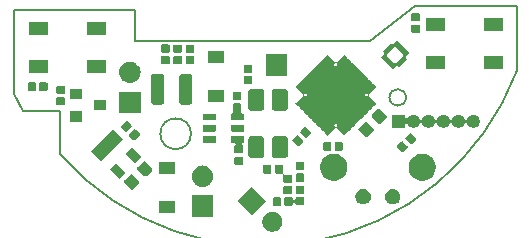
<source format=gbr>
%TF.GenerationSoftware,KiCad,Pcbnew,5.0.1*%
%TF.CreationDate,2018-11-18T21:12:45+01:00*%
%TF.ProjectId,lightball,6C6967687462616C6C2E6B696361645F,rev?*%
%TF.SameCoordinates,Original*%
%TF.FileFunction,Soldermask,Top*%
%TF.FilePolarity,Negative*%
%FSLAX46Y46*%
G04 Gerber Fmt 4.6, Leading zero omitted, Abs format (unit mm)*
G04 Created by KiCad (PCBNEW 5.0.1) date So 18 Nov 2018 21:12:45 CET*
%MOMM*%
%LPD*%
G01*
G04 APERTURE LIST*
%ADD10C,0.150000*%
%ADD11C,0.100000*%
G04 APERTURE END LIST*
D10*
X73975000Y-113550000D02*
X72575000Y-113550000D01*
X73975000Y-117200000D02*
X73975000Y-113550000D01*
X112660414Y-110153935D02*
G75*
G02X73975000Y-117200000I-21460414J8103935D01*
G01*
X112675000Y-104650000D02*
X112663015Y-110154914D01*
X104050000Y-104650000D02*
X112675000Y-104650000D01*
X100250000Y-107650000D02*
X104050000Y-104650000D01*
X80300000Y-107650000D02*
X100250000Y-107650000D01*
X80300000Y-105000000D02*
X80300000Y-107650000D01*
X70050000Y-105000000D02*
X80300000Y-105000000D01*
X70050000Y-112150000D02*
X70050000Y-105000000D01*
X70850000Y-113550000D02*
X70050000Y-112150000D01*
X72575000Y-113550000D02*
X70850000Y-113550000D01*
X103275000Y-112400000D02*
G75*
G03X103275000Y-112400000I-700000J0D01*
G01*
X85075000Y-115475000D02*
G75*
G03X85075000Y-115475000I-1300000J0D01*
G01*
D11*
G36*
X92215995Y-122099470D02*
X92370867Y-122163620D01*
X92510248Y-122256752D01*
X92628782Y-122375286D01*
X92721914Y-122514667D01*
X92786064Y-122669539D01*
X92818767Y-122833951D01*
X92818767Y-123001583D01*
X92786064Y-123165995D01*
X92721914Y-123320867D01*
X92628782Y-123460248D01*
X92510248Y-123578782D01*
X92370867Y-123671914D01*
X92215995Y-123736064D01*
X92051583Y-123768767D01*
X91883951Y-123768767D01*
X91719539Y-123736064D01*
X91564667Y-123671914D01*
X91425286Y-123578782D01*
X91306752Y-123460248D01*
X91213620Y-123320867D01*
X91149470Y-123165995D01*
X91116767Y-123001583D01*
X91116767Y-122833951D01*
X91149470Y-122669539D01*
X91213620Y-122514667D01*
X91306752Y-122375286D01*
X91425286Y-122256752D01*
X91564667Y-122163620D01*
X91719539Y-122099470D01*
X91883951Y-122066767D01*
X92051583Y-122066767D01*
X92215995Y-122099470D01*
X92215995Y-122099470D01*
G37*
G36*
X86951000Y-122501000D02*
X85149000Y-122501000D01*
X85149000Y-120699000D01*
X86951000Y-120699000D01*
X86951000Y-122501000D01*
X86951000Y-122501000D01*
G37*
G36*
X91403496Y-121150000D02*
X90200000Y-122353496D01*
X88996504Y-121150000D01*
X90200000Y-119946504D01*
X91403496Y-121150000D01*
X91403496Y-121150000D01*
G37*
G36*
X83701000Y-122201000D02*
X82399000Y-122201000D01*
X82399000Y-121199000D01*
X83701000Y-121199000D01*
X83701000Y-122201000D01*
X83701000Y-122201000D01*
G37*
G36*
X92621938Y-120856716D02*
X92642556Y-120862970D01*
X92661556Y-120873126D01*
X92678208Y-120886792D01*
X92691874Y-120903444D01*
X92702030Y-120922444D01*
X92708284Y-120943062D01*
X92711000Y-120970640D01*
X92711000Y-121479360D01*
X92708284Y-121506938D01*
X92702030Y-121527556D01*
X92691874Y-121546556D01*
X92678208Y-121563208D01*
X92661556Y-121576874D01*
X92642556Y-121587030D01*
X92621938Y-121593284D01*
X92594360Y-121596000D01*
X92135640Y-121596000D01*
X92108062Y-121593284D01*
X92087444Y-121587030D01*
X92068444Y-121576874D01*
X92051792Y-121563208D01*
X92038126Y-121546556D01*
X92027970Y-121527556D01*
X92021716Y-121506938D01*
X92019000Y-121479360D01*
X92019000Y-120970640D01*
X92021716Y-120943062D01*
X92027970Y-120922444D01*
X92038126Y-120903444D01*
X92051792Y-120886792D01*
X92068444Y-120873126D01*
X92087444Y-120862970D01*
X92108062Y-120856716D01*
X92135640Y-120854000D01*
X92594360Y-120854000D01*
X92621938Y-120856716D01*
X92621938Y-120856716D01*
G37*
G36*
X94581938Y-120841716D02*
X94602556Y-120847970D01*
X94621556Y-120858126D01*
X94638208Y-120871792D01*
X94651874Y-120888444D01*
X94662030Y-120907444D01*
X94668284Y-120928062D01*
X94671000Y-120955640D01*
X94671000Y-121414360D01*
X94668284Y-121441938D01*
X94662030Y-121462556D01*
X94651874Y-121481556D01*
X94638208Y-121498208D01*
X94621556Y-121511874D01*
X94602556Y-121522030D01*
X94581938Y-121528284D01*
X94554360Y-121531000D01*
X94045640Y-121531000D01*
X94018062Y-121528284D01*
X93997444Y-121522030D01*
X93978444Y-121511874D01*
X93961792Y-121498208D01*
X93948126Y-121481556D01*
X93937970Y-121462556D01*
X93931716Y-121441938D01*
X93930398Y-121428555D01*
X93925618Y-121404522D01*
X93916240Y-121381883D01*
X93902626Y-121361508D01*
X93885299Y-121344181D01*
X93864925Y-121330567D01*
X93842286Y-121321189D01*
X93818252Y-121316409D01*
X93793748Y-121316409D01*
X93769715Y-121321189D01*
X93747076Y-121330567D01*
X93726701Y-121344181D01*
X93709374Y-121361508D01*
X93695760Y-121381882D01*
X93686382Y-121404521D01*
X93681602Y-121428555D01*
X93681000Y-121440807D01*
X93681000Y-121479360D01*
X93678284Y-121506938D01*
X93672030Y-121527556D01*
X93661874Y-121546556D01*
X93648208Y-121563208D01*
X93631556Y-121576874D01*
X93612556Y-121587030D01*
X93591938Y-121593284D01*
X93564360Y-121596000D01*
X93105640Y-121596000D01*
X93078062Y-121593284D01*
X93057444Y-121587030D01*
X93038444Y-121576874D01*
X93021792Y-121563208D01*
X93008126Y-121546556D01*
X92997970Y-121527556D01*
X92991716Y-121506938D01*
X92989000Y-121479360D01*
X92989000Y-120970640D01*
X92991716Y-120943062D01*
X92997970Y-120922444D01*
X93008126Y-120903444D01*
X93021792Y-120886792D01*
X93038444Y-120873126D01*
X93057444Y-120862970D01*
X93078062Y-120856716D01*
X93105640Y-120854000D01*
X93564360Y-120854000D01*
X93591938Y-120856716D01*
X93612556Y-120862970D01*
X93631556Y-120873126D01*
X93648208Y-120886792D01*
X93661874Y-120903444D01*
X93672030Y-120922444D01*
X93678284Y-120943062D01*
X93679863Y-120959097D01*
X93684643Y-120983131D01*
X93694020Y-121005770D01*
X93707634Y-121026145D01*
X93724960Y-121043472D01*
X93745335Y-121057086D01*
X93767974Y-121066464D01*
X93792007Y-121071245D01*
X93816511Y-121071245D01*
X93840545Y-121066465D01*
X93863184Y-121057088D01*
X93883559Y-121043474D01*
X93900886Y-121026148D01*
X93914500Y-121005773D01*
X93923878Y-120983134D01*
X93928659Y-120959100D01*
X93931716Y-120928062D01*
X93937970Y-120907444D01*
X93948126Y-120888444D01*
X93961792Y-120871792D01*
X93978444Y-120858126D01*
X93997444Y-120847970D01*
X94018062Y-120841716D01*
X94045640Y-120839000D01*
X94554360Y-120839000D01*
X94581938Y-120841716D01*
X94581938Y-120841716D01*
G37*
G36*
X99839890Y-120174017D02*
X99958361Y-120223089D01*
X100064992Y-120294338D01*
X100155662Y-120385008D01*
X100155664Y-120385011D01*
X100155665Y-120385012D01*
X100213747Y-120471938D01*
X100226911Y-120491639D01*
X100275983Y-120610110D01*
X100301000Y-120735881D01*
X100301000Y-120864119D01*
X100275983Y-120989890D01*
X100226911Y-121108361D01*
X100155662Y-121214992D01*
X100064992Y-121305662D01*
X100064989Y-121305664D01*
X100064988Y-121305665D01*
X100007345Y-121344181D01*
X99958361Y-121376911D01*
X99839890Y-121425983D01*
X99714119Y-121451000D01*
X99585881Y-121451000D01*
X99460110Y-121425983D01*
X99341639Y-121376911D01*
X99292655Y-121344181D01*
X99235012Y-121305665D01*
X99235011Y-121305664D01*
X99235008Y-121305662D01*
X99144338Y-121214992D01*
X99073089Y-121108361D01*
X99024017Y-120989890D01*
X98999000Y-120864119D01*
X98999000Y-120735881D01*
X99024017Y-120610110D01*
X99073089Y-120491639D01*
X99086253Y-120471938D01*
X99144335Y-120385012D01*
X99144336Y-120385011D01*
X99144338Y-120385008D01*
X99235008Y-120294338D01*
X99341639Y-120223089D01*
X99460110Y-120174017D01*
X99585881Y-120149000D01*
X99714119Y-120149000D01*
X99839890Y-120174017D01*
X99839890Y-120174017D01*
G37*
G36*
X102339890Y-120174017D02*
X102458361Y-120223089D01*
X102564992Y-120294338D01*
X102655662Y-120385008D01*
X102655664Y-120385011D01*
X102655665Y-120385012D01*
X102713747Y-120471938D01*
X102726911Y-120491639D01*
X102775983Y-120610110D01*
X102801000Y-120735881D01*
X102801000Y-120864119D01*
X102775983Y-120989890D01*
X102726911Y-121108361D01*
X102655662Y-121214992D01*
X102564992Y-121305662D01*
X102564989Y-121305664D01*
X102564988Y-121305665D01*
X102507345Y-121344181D01*
X102458361Y-121376911D01*
X102339890Y-121425983D01*
X102214119Y-121451000D01*
X102085881Y-121451000D01*
X101960110Y-121425983D01*
X101841639Y-121376911D01*
X101792655Y-121344181D01*
X101735012Y-121305665D01*
X101735011Y-121305664D01*
X101735008Y-121305662D01*
X101644338Y-121214992D01*
X101573089Y-121108361D01*
X101524017Y-120989890D01*
X101499000Y-120864119D01*
X101499000Y-120735881D01*
X101524017Y-120610110D01*
X101573089Y-120491639D01*
X101586253Y-120471938D01*
X101644335Y-120385012D01*
X101644336Y-120385011D01*
X101644338Y-120385008D01*
X101735008Y-120294338D01*
X101841639Y-120223089D01*
X101960110Y-120174017D01*
X102085881Y-120149000D01*
X102214119Y-120149000D01*
X102339890Y-120174017D01*
X102339890Y-120174017D01*
G37*
G36*
X93531938Y-119906716D02*
X93552556Y-119912970D01*
X93571556Y-119923126D01*
X93588208Y-119936792D01*
X93601874Y-119953444D01*
X93612030Y-119972444D01*
X93618284Y-119993062D01*
X93621000Y-120020640D01*
X93621000Y-120479360D01*
X93618284Y-120506938D01*
X93612030Y-120527556D01*
X93601874Y-120546556D01*
X93588208Y-120563208D01*
X93571556Y-120576874D01*
X93552556Y-120587030D01*
X93531938Y-120593284D01*
X93504360Y-120596000D01*
X92995640Y-120596000D01*
X92968062Y-120593284D01*
X92947444Y-120587030D01*
X92928444Y-120576874D01*
X92911792Y-120563208D01*
X92898126Y-120546556D01*
X92887970Y-120527556D01*
X92881716Y-120506938D01*
X92879000Y-120479360D01*
X92879000Y-120020640D01*
X92881716Y-119993062D01*
X92887970Y-119972444D01*
X92898126Y-119953444D01*
X92911792Y-119936792D01*
X92928444Y-119923126D01*
X92947444Y-119912970D01*
X92968062Y-119906716D01*
X92995640Y-119904000D01*
X93504360Y-119904000D01*
X93531938Y-119906716D01*
X93531938Y-119906716D01*
G37*
G36*
X94581938Y-119871716D02*
X94602556Y-119877970D01*
X94621556Y-119888126D01*
X94638208Y-119901792D01*
X94651874Y-119918444D01*
X94662030Y-119937444D01*
X94668284Y-119958062D01*
X94671000Y-119985640D01*
X94671000Y-120444360D01*
X94668284Y-120471938D01*
X94662030Y-120492556D01*
X94651874Y-120511556D01*
X94638208Y-120528208D01*
X94621556Y-120541874D01*
X94602556Y-120552030D01*
X94581938Y-120558284D01*
X94554360Y-120561000D01*
X94045640Y-120561000D01*
X94018062Y-120558284D01*
X93997444Y-120552030D01*
X93978444Y-120541874D01*
X93961792Y-120528208D01*
X93948126Y-120511556D01*
X93937970Y-120492556D01*
X93931716Y-120471938D01*
X93929000Y-120444360D01*
X93929000Y-119985640D01*
X93931716Y-119958062D01*
X93937970Y-119937444D01*
X93948126Y-119918444D01*
X93961792Y-119901792D01*
X93978444Y-119888126D01*
X93997444Y-119877970D01*
X94018062Y-119871716D01*
X94045640Y-119869000D01*
X94554360Y-119869000D01*
X94581938Y-119871716D01*
X94581938Y-119871716D01*
G37*
G36*
X80051977Y-118918855D02*
X80085955Y-118929163D01*
X80117273Y-118945903D01*
X80149502Y-118972352D01*
X80627648Y-119450498D01*
X80654097Y-119482727D01*
X80670837Y-119514045D01*
X80681145Y-119548023D01*
X80684625Y-119583364D01*
X80681145Y-119618705D01*
X80670837Y-119652683D01*
X80654097Y-119684001D01*
X80627648Y-119716230D01*
X80202536Y-120141342D01*
X80170307Y-120167791D01*
X80138989Y-120184531D01*
X80105011Y-120194839D01*
X80069670Y-120198319D01*
X80034329Y-120194839D01*
X80000351Y-120184531D01*
X79969033Y-120167791D01*
X79936804Y-120141342D01*
X79458658Y-119663196D01*
X79432209Y-119630967D01*
X79415469Y-119599649D01*
X79405161Y-119565671D01*
X79401681Y-119530330D01*
X79405161Y-119494989D01*
X79415469Y-119461011D01*
X79432209Y-119429693D01*
X79458658Y-119397464D01*
X79883770Y-118972352D01*
X79915999Y-118945903D01*
X79947317Y-118929163D01*
X79981295Y-118918855D01*
X80016636Y-118915375D01*
X80051977Y-118918855D01*
X80051977Y-118918855D01*
G37*
G36*
X86160443Y-118165519D02*
X86226627Y-118172037D01*
X86339853Y-118206384D01*
X86396467Y-118223557D01*
X86509116Y-118283770D01*
X86552991Y-118307222D01*
X86585586Y-118333972D01*
X86690186Y-118419814D01*
X86770167Y-118517273D01*
X86802778Y-118557009D01*
X86804911Y-118561000D01*
X86886443Y-118713533D01*
X86899611Y-118756942D01*
X86937963Y-118883373D01*
X86955359Y-119060000D01*
X86937963Y-119236627D01*
X86912671Y-119320003D01*
X86886443Y-119406467D01*
X86826917Y-119517831D01*
X86802778Y-119562991D01*
X86792652Y-119575329D01*
X86690186Y-119700186D01*
X86588729Y-119783448D01*
X86552991Y-119812778D01*
X86552989Y-119812779D01*
X86396467Y-119896443D01*
X86360596Y-119907324D01*
X86226627Y-119947963D01*
X86160443Y-119954481D01*
X86094260Y-119961000D01*
X86005740Y-119961000D01*
X85939557Y-119954481D01*
X85873373Y-119947963D01*
X85739404Y-119907324D01*
X85703533Y-119896443D01*
X85547011Y-119812779D01*
X85547009Y-119812778D01*
X85511271Y-119783448D01*
X85409814Y-119700186D01*
X85307348Y-119575329D01*
X85297222Y-119562991D01*
X85273083Y-119517831D01*
X85213557Y-119406467D01*
X85187329Y-119320003D01*
X85162037Y-119236627D01*
X85144641Y-119060000D01*
X85162037Y-118883373D01*
X85200389Y-118756942D01*
X85213557Y-118713533D01*
X85295089Y-118561000D01*
X85297222Y-118557009D01*
X85329833Y-118517273D01*
X85409814Y-118419814D01*
X85514414Y-118333972D01*
X85547009Y-118307222D01*
X85590884Y-118283770D01*
X85703533Y-118223557D01*
X85760147Y-118206384D01*
X85873373Y-118172037D01*
X85939557Y-118165519D01*
X86005740Y-118159000D01*
X86094260Y-118159000D01*
X86160443Y-118165519D01*
X86160443Y-118165519D01*
G37*
G36*
X92766938Y-118106716D02*
X92787556Y-118112970D01*
X92806556Y-118123126D01*
X92823208Y-118136792D01*
X92836874Y-118153444D01*
X92847030Y-118172444D01*
X92853284Y-118193062D01*
X92856000Y-118220640D01*
X92856000Y-118729360D01*
X92853283Y-118756942D01*
X92847840Y-118774888D01*
X92843060Y-118798921D01*
X92843060Y-118823425D01*
X92847841Y-118847459D01*
X92857219Y-118870098D01*
X92870833Y-118890472D01*
X92888161Y-118907799D01*
X92908535Y-118921412D01*
X92931175Y-118930789D01*
X92955208Y-118935569D01*
X92979710Y-118935569D01*
X92995640Y-118934000D01*
X93504360Y-118934000D01*
X93531938Y-118936716D01*
X93552556Y-118942970D01*
X93571556Y-118953126D01*
X93588208Y-118966792D01*
X93601874Y-118983444D01*
X93612030Y-119002444D01*
X93618284Y-119023062D01*
X93621000Y-119050640D01*
X93621000Y-119509360D01*
X93618284Y-119536938D01*
X93612030Y-119557556D01*
X93601874Y-119576556D01*
X93588208Y-119593208D01*
X93571556Y-119606874D01*
X93552556Y-119617030D01*
X93531938Y-119623284D01*
X93504360Y-119626000D01*
X92995640Y-119626000D01*
X92968062Y-119623284D01*
X92947444Y-119617030D01*
X92928444Y-119606874D01*
X92911792Y-119593208D01*
X92898126Y-119576556D01*
X92887970Y-119557556D01*
X92881716Y-119536938D01*
X92879000Y-119509360D01*
X92879000Y-119050640D01*
X92881717Y-119023058D01*
X92887160Y-119005112D01*
X92891940Y-118981079D01*
X92891940Y-118956575D01*
X92887159Y-118932541D01*
X92877781Y-118909902D01*
X92864167Y-118889528D01*
X92846839Y-118872201D01*
X92826465Y-118858588D01*
X92803825Y-118849211D01*
X92779792Y-118844431D01*
X92755290Y-118844431D01*
X92739360Y-118846000D01*
X92280640Y-118846000D01*
X92253062Y-118843284D01*
X92232444Y-118837030D01*
X92213444Y-118826874D01*
X92196792Y-118813208D01*
X92183126Y-118796556D01*
X92172970Y-118777556D01*
X92166716Y-118756938D01*
X92164000Y-118729360D01*
X92164000Y-118220640D01*
X92166716Y-118193062D01*
X92172970Y-118172444D01*
X92183126Y-118153444D01*
X92196792Y-118136792D01*
X92213444Y-118123126D01*
X92232444Y-118112970D01*
X92253062Y-118106716D01*
X92280640Y-118104000D01*
X92739360Y-118104000D01*
X92766938Y-118106716D01*
X92766938Y-118106716D01*
G37*
G36*
X94581938Y-118841716D02*
X94602556Y-118847970D01*
X94621556Y-118858126D01*
X94638208Y-118871792D01*
X94651874Y-118888444D01*
X94662030Y-118907444D01*
X94668284Y-118928062D01*
X94671000Y-118955640D01*
X94671000Y-119414360D01*
X94668284Y-119441938D01*
X94662030Y-119462556D01*
X94651874Y-119481556D01*
X94638208Y-119498208D01*
X94621556Y-119511874D01*
X94602556Y-119522030D01*
X94581938Y-119528284D01*
X94554360Y-119531000D01*
X94045640Y-119531000D01*
X94018062Y-119528284D01*
X93997444Y-119522030D01*
X93978444Y-119511874D01*
X93961792Y-119498208D01*
X93948126Y-119481556D01*
X93937970Y-119462556D01*
X93931716Y-119441938D01*
X93929000Y-119414360D01*
X93929000Y-118955640D01*
X93931716Y-118928062D01*
X93937970Y-118907444D01*
X93948126Y-118888444D01*
X93961792Y-118871792D01*
X93978444Y-118858126D01*
X93997444Y-118847970D01*
X94018062Y-118841716D01*
X94045640Y-118839000D01*
X94554360Y-118839000D01*
X94581938Y-118841716D01*
X94581938Y-118841716D01*
G37*
G36*
X97316830Y-117149934D02*
X97338441Y-117161485D01*
X97361890Y-117168598D01*
X97485734Y-117193232D01*
X97695202Y-117279996D01*
X97883723Y-117405962D01*
X98044038Y-117566277D01*
X98170004Y-117754798D01*
X98256768Y-117964266D01*
X98301000Y-118186635D01*
X98301000Y-118413365D01*
X98256768Y-118635734D01*
X98170004Y-118845202D01*
X98044038Y-119033723D01*
X97883723Y-119194038D01*
X97695202Y-119320004D01*
X97485734Y-119406768D01*
X97263365Y-119451000D01*
X97036635Y-119451000D01*
X96814266Y-119406768D01*
X96604798Y-119320004D01*
X96416277Y-119194038D01*
X96255962Y-119033723D01*
X96129996Y-118845202D01*
X96043232Y-118635734D01*
X95999000Y-118413365D01*
X95999000Y-118186635D01*
X96043232Y-117964266D01*
X96129996Y-117754798D01*
X96255962Y-117566277D01*
X96416277Y-117405962D01*
X96604798Y-117279996D01*
X96814266Y-117193232D01*
X97036635Y-117149000D01*
X97251756Y-117149000D01*
X97276142Y-117146598D01*
X97299591Y-117139485D01*
X97302321Y-117138026D01*
X97316830Y-117149934D01*
X97316830Y-117149934D01*
G37*
G36*
X104985734Y-117193232D02*
X105195202Y-117279996D01*
X105383723Y-117405962D01*
X105544038Y-117566277D01*
X105670004Y-117754798D01*
X105756768Y-117964266D01*
X105801000Y-118186635D01*
X105801000Y-118413365D01*
X105756768Y-118635734D01*
X105670004Y-118845202D01*
X105544038Y-119033723D01*
X105383723Y-119194038D01*
X105195202Y-119320004D01*
X104985734Y-119406768D01*
X104763365Y-119451000D01*
X104536635Y-119451000D01*
X104314266Y-119406768D01*
X104104798Y-119320004D01*
X103916277Y-119194038D01*
X103755962Y-119033723D01*
X103629996Y-118845202D01*
X103543232Y-118635734D01*
X103499000Y-118413365D01*
X103499000Y-118186635D01*
X103543232Y-117964266D01*
X103629996Y-117754798D01*
X103755962Y-117566277D01*
X103916277Y-117405962D01*
X104104798Y-117279996D01*
X104314266Y-117193232D01*
X104536635Y-117149000D01*
X104763365Y-117149000D01*
X104985734Y-117193232D01*
X104985734Y-117193232D01*
G37*
G36*
X79533199Y-118788460D02*
X79001454Y-119320205D01*
X78179795Y-118498546D01*
X78711540Y-117966801D01*
X79533199Y-118788460D01*
X79533199Y-118788460D01*
G37*
G36*
X81165671Y-117805161D02*
X81199649Y-117815469D01*
X81230967Y-117832209D01*
X81263196Y-117858658D01*
X81741342Y-118336804D01*
X81767791Y-118369033D01*
X81784531Y-118400351D01*
X81794839Y-118434329D01*
X81798319Y-118469670D01*
X81794839Y-118505011D01*
X81784531Y-118538989D01*
X81767791Y-118570307D01*
X81741342Y-118602536D01*
X81316230Y-119027648D01*
X81284001Y-119054097D01*
X81252683Y-119070837D01*
X81218705Y-119081145D01*
X81183364Y-119084625D01*
X81148023Y-119081145D01*
X81114045Y-119070837D01*
X81082727Y-119054097D01*
X81050498Y-119027648D01*
X80572352Y-118549502D01*
X80545903Y-118517273D01*
X80529163Y-118485955D01*
X80518855Y-118451977D01*
X80515375Y-118416636D01*
X80518855Y-118381295D01*
X80529163Y-118347317D01*
X80545903Y-118315999D01*
X80572352Y-118283770D01*
X80997464Y-117858658D01*
X81029693Y-117832209D01*
X81061011Y-117815469D01*
X81094989Y-117805161D01*
X81130330Y-117801681D01*
X81165671Y-117805161D01*
X81165671Y-117805161D01*
G37*
G36*
X83701000Y-118901000D02*
X82399000Y-118901000D01*
X82399000Y-117899000D01*
X83701000Y-117899000D01*
X83701000Y-118901000D01*
X83701000Y-118901000D01*
G37*
G36*
X91796938Y-118106716D02*
X91817556Y-118112970D01*
X91836556Y-118123126D01*
X91853208Y-118136792D01*
X91866874Y-118153444D01*
X91877030Y-118172444D01*
X91883284Y-118193062D01*
X91886000Y-118220640D01*
X91886000Y-118729360D01*
X91883284Y-118756938D01*
X91877030Y-118777556D01*
X91866874Y-118796556D01*
X91853208Y-118813208D01*
X91836556Y-118826874D01*
X91817556Y-118837030D01*
X91796938Y-118843284D01*
X91769360Y-118846000D01*
X91310640Y-118846000D01*
X91283062Y-118843284D01*
X91262444Y-118837030D01*
X91243444Y-118826874D01*
X91226792Y-118813208D01*
X91213126Y-118796556D01*
X91202970Y-118777556D01*
X91196716Y-118756938D01*
X91194000Y-118729360D01*
X91194000Y-118220640D01*
X91196716Y-118193062D01*
X91202970Y-118172444D01*
X91213126Y-118153444D01*
X91226792Y-118136792D01*
X91243444Y-118123126D01*
X91262444Y-118112970D01*
X91283062Y-118106716D01*
X91310640Y-118104000D01*
X91769360Y-118104000D01*
X91796938Y-118106716D01*
X91796938Y-118106716D01*
G37*
G36*
X94581938Y-117871716D02*
X94602556Y-117877970D01*
X94621556Y-117888126D01*
X94638208Y-117901792D01*
X94651874Y-117918444D01*
X94662030Y-117937444D01*
X94668284Y-117958062D01*
X94671000Y-117985640D01*
X94671000Y-118444360D01*
X94668284Y-118471938D01*
X94662030Y-118492556D01*
X94651874Y-118511556D01*
X94638208Y-118528208D01*
X94621556Y-118541874D01*
X94602556Y-118552030D01*
X94581938Y-118558284D01*
X94554360Y-118561000D01*
X94045640Y-118561000D01*
X94018062Y-118558284D01*
X93997444Y-118552030D01*
X93978444Y-118541874D01*
X93961792Y-118528208D01*
X93948126Y-118511556D01*
X93937970Y-118492556D01*
X93931716Y-118471938D01*
X93929000Y-118444360D01*
X93929000Y-117985640D01*
X93931716Y-117958062D01*
X93937970Y-117937444D01*
X93948126Y-117918444D01*
X93961792Y-117901792D01*
X93978444Y-117888126D01*
X93997444Y-117877970D01*
X94018062Y-117871716D01*
X94045640Y-117869000D01*
X94554360Y-117869000D01*
X94581938Y-117871716D01*
X94581938Y-117871716D01*
G37*
G36*
X89406938Y-117416716D02*
X89427556Y-117422970D01*
X89446556Y-117433126D01*
X89463208Y-117446792D01*
X89476874Y-117463444D01*
X89487030Y-117482444D01*
X89493284Y-117503062D01*
X89496000Y-117530640D01*
X89496000Y-117989360D01*
X89493284Y-118016938D01*
X89487030Y-118037556D01*
X89476874Y-118056556D01*
X89463208Y-118073208D01*
X89446556Y-118086874D01*
X89427556Y-118097030D01*
X89406938Y-118103284D01*
X89379360Y-118106000D01*
X88870640Y-118106000D01*
X88843062Y-118103284D01*
X88822444Y-118097030D01*
X88803444Y-118086874D01*
X88786792Y-118073208D01*
X88773126Y-118056556D01*
X88762970Y-118037556D01*
X88756716Y-118016938D01*
X88754000Y-117989360D01*
X88754000Y-117530640D01*
X88756716Y-117503062D01*
X88762970Y-117482444D01*
X88773126Y-117463444D01*
X88786792Y-117446792D01*
X88803444Y-117433126D01*
X88822444Y-117422970D01*
X88843062Y-117416716D01*
X88870640Y-117414000D01*
X89379360Y-117414000D01*
X89406938Y-117416716D01*
X89406938Y-117416716D01*
G37*
G36*
X80876702Y-117444957D02*
X80344957Y-117976702D01*
X79523298Y-117155043D01*
X80055043Y-116623298D01*
X80876702Y-117444957D01*
X80876702Y-117444957D01*
G37*
G36*
X79321067Y-115889322D02*
X78737704Y-116472686D01*
X78029183Y-117181207D01*
X77445819Y-117764570D01*
X76624160Y-116942911D01*
X77244283Y-116322788D01*
X77244294Y-116322779D01*
X77879276Y-115687797D01*
X77879285Y-115687786D01*
X78499408Y-115067663D01*
X79321067Y-115889322D01*
X79321067Y-115889322D01*
G37*
G36*
X91054131Y-115679886D02*
X91105698Y-115695529D01*
X91153220Y-115720930D01*
X91194880Y-115755120D01*
X91229070Y-115796780D01*
X91254471Y-115844302D01*
X91270114Y-115895869D01*
X91276000Y-115955638D01*
X91276000Y-117244362D01*
X91270114Y-117304131D01*
X91254471Y-117355698D01*
X91229070Y-117403220D01*
X91194880Y-117444880D01*
X91153220Y-117479070D01*
X91105698Y-117504471D01*
X91054131Y-117520114D01*
X90994362Y-117526000D01*
X90205638Y-117526000D01*
X90145869Y-117520114D01*
X90094302Y-117504471D01*
X90046780Y-117479070D01*
X90005120Y-117444880D01*
X89970930Y-117403220D01*
X89945529Y-117355698D01*
X89929886Y-117304131D01*
X89924000Y-117244362D01*
X89924000Y-115955638D01*
X89929886Y-115895869D01*
X89945529Y-115844302D01*
X89970930Y-115796780D01*
X90005120Y-115755120D01*
X90046780Y-115720930D01*
X90094302Y-115695529D01*
X90145869Y-115679886D01*
X90205638Y-115674000D01*
X90994362Y-115674000D01*
X91054131Y-115679886D01*
X91054131Y-115679886D01*
G37*
G36*
X93054131Y-115679886D02*
X93105698Y-115695529D01*
X93153220Y-115720930D01*
X93194880Y-115755120D01*
X93229070Y-115796780D01*
X93254471Y-115844302D01*
X93270114Y-115895869D01*
X93276000Y-115955638D01*
X93276000Y-117244362D01*
X93270114Y-117304131D01*
X93254471Y-117355698D01*
X93229070Y-117403220D01*
X93194880Y-117444880D01*
X93153220Y-117479070D01*
X93105698Y-117504471D01*
X93054131Y-117520114D01*
X92994362Y-117526000D01*
X92205638Y-117526000D01*
X92145869Y-117520114D01*
X92094302Y-117504471D01*
X92046780Y-117479070D01*
X92005120Y-117444880D01*
X91970930Y-117403220D01*
X91945529Y-117355698D01*
X91929886Y-117304131D01*
X91924000Y-117244362D01*
X91924000Y-115955638D01*
X91929886Y-115895869D01*
X91945529Y-115844302D01*
X91970930Y-115796780D01*
X92005120Y-115755120D01*
X92046780Y-115720930D01*
X92094302Y-115695529D01*
X92145869Y-115679886D01*
X92205638Y-115674000D01*
X92994362Y-115674000D01*
X93054131Y-115679886D01*
X93054131Y-115679886D01*
G37*
G36*
X89510079Y-115663664D02*
X89525302Y-115668282D01*
X89539335Y-115675783D01*
X89551628Y-115685872D01*
X89561717Y-115698165D01*
X89569218Y-115712198D01*
X89573836Y-115727421D01*
X89576000Y-115749391D01*
X89576000Y-116150609D01*
X89573836Y-116172579D01*
X89569218Y-116187802D01*
X89561717Y-116201835D01*
X89551628Y-116214128D01*
X89539335Y-116224217D01*
X89525302Y-116231718D01*
X89510079Y-116236336D01*
X89506951Y-116236644D01*
X89482918Y-116241425D01*
X89460279Y-116250802D01*
X89439904Y-116264416D01*
X89422577Y-116281743D01*
X89408963Y-116302118D01*
X89399586Y-116324757D01*
X89394806Y-116348791D01*
X89394806Y-116373295D01*
X89399587Y-116397328D01*
X89408964Y-116419967D01*
X89422578Y-116440342D01*
X89439906Y-116457669D01*
X89463208Y-116476792D01*
X89476874Y-116493444D01*
X89487030Y-116512444D01*
X89493284Y-116533062D01*
X89496000Y-116560640D01*
X89496000Y-117019360D01*
X89493284Y-117046938D01*
X89487030Y-117067556D01*
X89476874Y-117086556D01*
X89463208Y-117103208D01*
X89446556Y-117116874D01*
X89427556Y-117127030D01*
X89406938Y-117133284D01*
X89379360Y-117136000D01*
X88870640Y-117136000D01*
X88843062Y-117133284D01*
X88822444Y-117127030D01*
X88803444Y-117116874D01*
X88786792Y-117103208D01*
X88773126Y-117086556D01*
X88762970Y-117067556D01*
X88756716Y-117046938D01*
X88754000Y-117019360D01*
X88754000Y-116560640D01*
X88756716Y-116533062D01*
X88762970Y-116512444D01*
X88773126Y-116493444D01*
X88786792Y-116476792D01*
X88807099Y-116460127D01*
X88824426Y-116442801D01*
X88838040Y-116422426D01*
X88847418Y-116399787D01*
X88852199Y-116375754D01*
X88852199Y-116351250D01*
X88847419Y-116327216D01*
X88838042Y-116304577D01*
X88824428Y-116284202D01*
X88807102Y-116266875D01*
X88786727Y-116253261D01*
X88764088Y-116243883D01*
X88740055Y-116239102D01*
X88727801Y-116238500D01*
X88561891Y-116238500D01*
X88539921Y-116236336D01*
X88524698Y-116231718D01*
X88510665Y-116224217D01*
X88498372Y-116214128D01*
X88488283Y-116201835D01*
X88480782Y-116187802D01*
X88476164Y-116172579D01*
X88474000Y-116150609D01*
X88474000Y-115749391D01*
X88476164Y-115727421D01*
X88480782Y-115712198D01*
X88488283Y-115698165D01*
X88498372Y-115685872D01*
X88510665Y-115675783D01*
X88524698Y-115668282D01*
X88539921Y-115663664D01*
X88561891Y-115661500D01*
X89488109Y-115661500D01*
X89510079Y-115663664D01*
X89510079Y-115663664D01*
G37*
G36*
X102985813Y-116109438D02*
X103006431Y-116115692D01*
X103025431Y-116125848D01*
X103046856Y-116143431D01*
X103406569Y-116503144D01*
X103424152Y-116524569D01*
X103434308Y-116543569D01*
X103440562Y-116564187D01*
X103442673Y-116585625D01*
X103440562Y-116607063D01*
X103434308Y-116627681D01*
X103424152Y-116646681D01*
X103406569Y-116668106D01*
X103082212Y-116992463D01*
X103060787Y-117010046D01*
X103041787Y-117020202D01*
X103021169Y-117026456D01*
X102999731Y-117028567D01*
X102978293Y-117026456D01*
X102957675Y-117020202D01*
X102938675Y-117010046D01*
X102917250Y-116992463D01*
X102557537Y-116632750D01*
X102539954Y-116611325D01*
X102529798Y-116592325D01*
X102523544Y-116571707D01*
X102521433Y-116550269D01*
X102523544Y-116528831D01*
X102529798Y-116508213D01*
X102539954Y-116489213D01*
X102557537Y-116467788D01*
X102881894Y-116143431D01*
X102903319Y-116125848D01*
X102922319Y-116115692D01*
X102942937Y-116109438D01*
X102964375Y-116107327D01*
X102985813Y-116109438D01*
X102985813Y-116109438D01*
G37*
G36*
X97841938Y-116181716D02*
X97862556Y-116187970D01*
X97881556Y-116198126D01*
X97898208Y-116211792D01*
X97911874Y-116228444D01*
X97922030Y-116247444D01*
X97928284Y-116268062D01*
X97931000Y-116295640D01*
X97931000Y-116804360D01*
X97928284Y-116831938D01*
X97922030Y-116852556D01*
X97911874Y-116871556D01*
X97898208Y-116888208D01*
X97881556Y-116901874D01*
X97862556Y-116912030D01*
X97841938Y-116918284D01*
X97814360Y-116921000D01*
X97386276Y-116921000D01*
X97361890Y-116923402D01*
X97338441Y-116930515D01*
X97335437Y-116932121D01*
X97310682Y-116913760D01*
X97288442Y-116901872D01*
X97271792Y-116888208D01*
X97258126Y-116871556D01*
X97247970Y-116852556D01*
X97241716Y-116831938D01*
X97239000Y-116804360D01*
X97239000Y-116295640D01*
X97241716Y-116268062D01*
X97247970Y-116247444D01*
X97258126Y-116228444D01*
X97271792Y-116211792D01*
X97288444Y-116198126D01*
X97307444Y-116187970D01*
X97328062Y-116181716D01*
X97355640Y-116179000D01*
X97814360Y-116179000D01*
X97841938Y-116181716D01*
X97841938Y-116181716D01*
G37*
G36*
X96871938Y-116181716D02*
X96892556Y-116187970D01*
X96911556Y-116198126D01*
X96928208Y-116211792D01*
X96941874Y-116228444D01*
X96952030Y-116247444D01*
X96958284Y-116268062D01*
X96961000Y-116295640D01*
X96961000Y-116804360D01*
X96958284Y-116831938D01*
X96952030Y-116852556D01*
X96941874Y-116871556D01*
X96928208Y-116888208D01*
X96911556Y-116901874D01*
X96892556Y-116912030D01*
X96871938Y-116918284D01*
X96844360Y-116921000D01*
X96385640Y-116921000D01*
X96358062Y-116918284D01*
X96337444Y-116912030D01*
X96318444Y-116901874D01*
X96301792Y-116888208D01*
X96288126Y-116871556D01*
X96277970Y-116852556D01*
X96271716Y-116831938D01*
X96269000Y-116804360D01*
X96269000Y-116295640D01*
X96271716Y-116268062D01*
X96277970Y-116247444D01*
X96288126Y-116228444D01*
X96301792Y-116211792D01*
X96318444Y-116198126D01*
X96337444Y-116187970D01*
X96358062Y-116181716D01*
X96385640Y-116179000D01*
X96844360Y-116179000D01*
X96871938Y-116181716D01*
X96871938Y-116181716D01*
G37*
G36*
X94103760Y-115591491D02*
X94124378Y-115597745D01*
X94143378Y-115607901D01*
X94164803Y-115625484D01*
X94524516Y-115985197D01*
X94542099Y-116006622D01*
X94552255Y-116025622D01*
X94558509Y-116046240D01*
X94560620Y-116067678D01*
X94558509Y-116089116D01*
X94552255Y-116109734D01*
X94542099Y-116128734D01*
X94524516Y-116150159D01*
X94200159Y-116474516D01*
X94178734Y-116492099D01*
X94159734Y-116502255D01*
X94139116Y-116508509D01*
X94117678Y-116510620D01*
X94096240Y-116508509D01*
X94075622Y-116502255D01*
X94056622Y-116492099D01*
X94035197Y-116474516D01*
X93675484Y-116114803D01*
X93657901Y-116093378D01*
X93647745Y-116074378D01*
X93641491Y-116053760D01*
X93639380Y-116032322D01*
X93641491Y-116010884D01*
X93647745Y-115990266D01*
X93657901Y-115971266D01*
X93675484Y-115949841D01*
X93999841Y-115625484D01*
X94021266Y-115607901D01*
X94040266Y-115597745D01*
X94060884Y-115591491D01*
X94082322Y-115589380D01*
X94103760Y-115591491D01*
X94103760Y-115591491D01*
G37*
G36*
X103671707Y-115423544D02*
X103692325Y-115429798D01*
X103711325Y-115439954D01*
X103732750Y-115457537D01*
X104092463Y-115817250D01*
X104110046Y-115838675D01*
X104120202Y-115857675D01*
X104126456Y-115878293D01*
X104128567Y-115899731D01*
X104126456Y-115921169D01*
X104120202Y-115941787D01*
X104110046Y-115960787D01*
X104092463Y-115982212D01*
X103768106Y-116306569D01*
X103746681Y-116324152D01*
X103727681Y-116334308D01*
X103707063Y-116340562D01*
X103685625Y-116342673D01*
X103664187Y-116340562D01*
X103643569Y-116334308D01*
X103624569Y-116324152D01*
X103603144Y-116306569D01*
X103243431Y-115946856D01*
X103225848Y-115925431D01*
X103215692Y-115906431D01*
X103209438Y-115885813D01*
X103207327Y-115864375D01*
X103209438Y-115842937D01*
X103215692Y-115822319D01*
X103225848Y-115803319D01*
X103243431Y-115781894D01*
X103567788Y-115457537D01*
X103589213Y-115439954D01*
X103608213Y-115429798D01*
X103628831Y-115423544D01*
X103650269Y-115421433D01*
X103671707Y-115423544D01*
X103671707Y-115423544D01*
G37*
G36*
X87110079Y-115663664D02*
X87125302Y-115668282D01*
X87139335Y-115675783D01*
X87151628Y-115685872D01*
X87161717Y-115698165D01*
X87169218Y-115712198D01*
X87173836Y-115727421D01*
X87176000Y-115749391D01*
X87176000Y-116150609D01*
X87173836Y-116172579D01*
X87169218Y-116187802D01*
X87161717Y-116201835D01*
X87151628Y-116214128D01*
X87139335Y-116224217D01*
X87125302Y-116231718D01*
X87110079Y-116236336D01*
X87088109Y-116238500D01*
X86161891Y-116238500D01*
X86139921Y-116236336D01*
X86124698Y-116231718D01*
X86110665Y-116224217D01*
X86098372Y-116214128D01*
X86088283Y-116201835D01*
X86080782Y-116187802D01*
X86076164Y-116172579D01*
X86074000Y-116150609D01*
X86074000Y-115749391D01*
X86076164Y-115727421D01*
X86080782Y-115712198D01*
X86088283Y-115698165D01*
X86098372Y-115685872D01*
X86110665Y-115675783D01*
X86124698Y-115668282D01*
X86139921Y-115663664D01*
X86161891Y-115661500D01*
X87088109Y-115661500D01*
X87110079Y-115663664D01*
X87110079Y-115663664D01*
G37*
G36*
X80332063Y-115084438D02*
X80352681Y-115090692D01*
X80371681Y-115100848D01*
X80393106Y-115118431D01*
X80717463Y-115442788D01*
X80735046Y-115464213D01*
X80745202Y-115483213D01*
X80751456Y-115503831D01*
X80753567Y-115525269D01*
X80751456Y-115546707D01*
X80745202Y-115567325D01*
X80735046Y-115586325D01*
X80717463Y-115607750D01*
X80357750Y-115967463D01*
X80336325Y-115985046D01*
X80317325Y-115995202D01*
X80296707Y-116001456D01*
X80275269Y-116003567D01*
X80253831Y-116001456D01*
X80233213Y-115995202D01*
X80214213Y-115985046D01*
X80192788Y-115967463D01*
X79868431Y-115643106D01*
X79850848Y-115621681D01*
X79840692Y-115602681D01*
X79834438Y-115582063D01*
X79832327Y-115560625D01*
X79834438Y-115539187D01*
X79840692Y-115518569D01*
X79850848Y-115499569D01*
X79868431Y-115478144D01*
X80228144Y-115118431D01*
X80249569Y-115100848D01*
X80268569Y-115090692D01*
X80289187Y-115084438D01*
X80310625Y-115082327D01*
X80332063Y-115084438D01*
X80332063Y-115084438D01*
G37*
G36*
X94789654Y-114905597D02*
X94810272Y-114911851D01*
X94829272Y-114922007D01*
X94850697Y-114939590D01*
X95210410Y-115299303D01*
X95227993Y-115320728D01*
X95238149Y-115339728D01*
X95244403Y-115360346D01*
X95246514Y-115381784D01*
X95244403Y-115403222D01*
X95238149Y-115423840D01*
X95227993Y-115442840D01*
X95210410Y-115464265D01*
X94886053Y-115788622D01*
X94864628Y-115806205D01*
X94845628Y-115816361D01*
X94825010Y-115822615D01*
X94803572Y-115824726D01*
X94782134Y-115822615D01*
X94761516Y-115816361D01*
X94742516Y-115806205D01*
X94721091Y-115788622D01*
X94361378Y-115428909D01*
X94343795Y-115407484D01*
X94333639Y-115388484D01*
X94327385Y-115367866D01*
X94325274Y-115346428D01*
X94327385Y-115324990D01*
X94333639Y-115304372D01*
X94343795Y-115285372D01*
X94361378Y-115263947D01*
X94685735Y-114939590D01*
X94707160Y-114922007D01*
X94726160Y-114911851D01*
X94746778Y-114905597D01*
X94768216Y-114903486D01*
X94789654Y-114905597D01*
X94789654Y-114905597D01*
G37*
G36*
X99901977Y-114468855D02*
X99935955Y-114479163D01*
X99967273Y-114495903D01*
X99999502Y-114522352D01*
X100477648Y-115000498D01*
X100504097Y-115032727D01*
X100520837Y-115064045D01*
X100531145Y-115098023D01*
X100534625Y-115133364D01*
X100531145Y-115168705D01*
X100520837Y-115202683D01*
X100504097Y-115234001D01*
X100477648Y-115266230D01*
X100052536Y-115691342D01*
X100020307Y-115717791D01*
X99988989Y-115734531D01*
X99955011Y-115744839D01*
X99919670Y-115748319D01*
X99884329Y-115744839D01*
X99850351Y-115734531D01*
X99819033Y-115717791D01*
X99786804Y-115691342D01*
X99308658Y-115213196D01*
X99282209Y-115180967D01*
X99265469Y-115149649D01*
X99255161Y-115115671D01*
X99251681Y-115080330D01*
X99255161Y-115044989D01*
X99265469Y-115011011D01*
X99282209Y-114979693D01*
X99308658Y-114947464D01*
X99733770Y-114522352D01*
X99765999Y-114495903D01*
X99797317Y-114479163D01*
X99831295Y-114468855D01*
X99866636Y-114465375D01*
X99901977Y-114468855D01*
X99901977Y-114468855D01*
G37*
G36*
X98054426Y-108784747D02*
X98059097Y-108786164D01*
X98063399Y-108788464D01*
X98071949Y-108795480D01*
X98276092Y-108999623D01*
X98283108Y-109008173D01*
X98285408Y-109012475D01*
X98286825Y-109017146D01*
X98287633Y-109025350D01*
X98292414Y-109049384D01*
X98301792Y-109072023D01*
X98315407Y-109092397D01*
X98332734Y-109109723D01*
X98353109Y-109123337D01*
X98375749Y-109132714D01*
X98399775Y-109137493D01*
X98407979Y-109138301D01*
X98412650Y-109139718D01*
X98416952Y-109142018D01*
X98425502Y-109149034D01*
X98629645Y-109353177D01*
X98636661Y-109361727D01*
X98638961Y-109366029D01*
X98640378Y-109370700D01*
X98641186Y-109378904D01*
X98645968Y-109402937D01*
X98655346Y-109425576D01*
X98668960Y-109445950D01*
X98686288Y-109463277D01*
X98706663Y-109476890D01*
X98729302Y-109486267D01*
X98753329Y-109491046D01*
X98761533Y-109491854D01*
X98766204Y-109493271D01*
X98770506Y-109495571D01*
X98779056Y-109502587D01*
X98983199Y-109706730D01*
X98990215Y-109715280D01*
X98992515Y-109719582D01*
X98993932Y-109724253D01*
X98994740Y-109732457D01*
X98999521Y-109756491D01*
X99008899Y-109779130D01*
X99022514Y-109799504D01*
X99039841Y-109816830D01*
X99060216Y-109830444D01*
X99082856Y-109839821D01*
X99106882Y-109844600D01*
X99115086Y-109845408D01*
X99119757Y-109846825D01*
X99124059Y-109849125D01*
X99132609Y-109856141D01*
X99336752Y-110060284D01*
X99343768Y-110068834D01*
X99346068Y-110073136D01*
X99347485Y-110077807D01*
X99348293Y-110086011D01*
X99353075Y-110110044D01*
X99362453Y-110132683D01*
X99376067Y-110153057D01*
X99393395Y-110170384D01*
X99413770Y-110183997D01*
X99436409Y-110193374D01*
X99460435Y-110198153D01*
X99468639Y-110198961D01*
X99473310Y-110200378D01*
X99477612Y-110202678D01*
X99486162Y-110209694D01*
X99690305Y-110413837D01*
X99697321Y-110422387D01*
X99699621Y-110426689D01*
X99701038Y-110431360D01*
X99701846Y-110439564D01*
X99706628Y-110463597D01*
X99716006Y-110486236D01*
X99729620Y-110506610D01*
X99746948Y-110523937D01*
X99767323Y-110537550D01*
X99789962Y-110546927D01*
X99813989Y-110551706D01*
X99822193Y-110552514D01*
X99826864Y-110553931D01*
X99831166Y-110556231D01*
X99839716Y-110563247D01*
X100043859Y-110767390D01*
X100050875Y-110775940D01*
X100053175Y-110780242D01*
X100054592Y-110784913D01*
X100055400Y-110793117D01*
X100060181Y-110817151D01*
X100069559Y-110839790D01*
X100083174Y-110860164D01*
X100100501Y-110877490D01*
X100120876Y-110891104D01*
X100143516Y-110900481D01*
X100167542Y-110905260D01*
X100175746Y-110906068D01*
X100180417Y-110907485D01*
X100184719Y-110909785D01*
X100193269Y-110916801D01*
X100397412Y-111120944D01*
X100404428Y-111129494D01*
X100406728Y-111133796D01*
X100408145Y-111138467D01*
X100408953Y-111146671D01*
X100413735Y-111170704D01*
X100423113Y-111193343D01*
X100436727Y-111213717D01*
X100454055Y-111231044D01*
X100474430Y-111244657D01*
X100497069Y-111254034D01*
X100521096Y-111258813D01*
X100529300Y-111259621D01*
X100533971Y-111261038D01*
X100538273Y-111263338D01*
X100546823Y-111270354D01*
X100750966Y-111474497D01*
X100757982Y-111483047D01*
X100760282Y-111487349D01*
X100761699Y-111492020D01*
X100762177Y-111496877D01*
X100761699Y-111501734D01*
X100760282Y-111506405D01*
X100757982Y-111510707D01*
X100750966Y-111519257D01*
X100154627Y-112115596D01*
X100139081Y-112134538D01*
X100127530Y-112156149D01*
X100120417Y-112179598D01*
X100118015Y-112203984D01*
X100120417Y-112228370D01*
X100127530Y-112251819D01*
X100139081Y-112273430D01*
X100154627Y-112292372D01*
X100750966Y-112888711D01*
X100757982Y-112897261D01*
X100760282Y-112901563D01*
X100761699Y-112906234D01*
X100762177Y-112911091D01*
X100761699Y-112915948D01*
X100760282Y-112920619D01*
X100757982Y-112924921D01*
X100750966Y-112933471D01*
X100546823Y-113137614D01*
X100538273Y-113144630D01*
X100533971Y-113146930D01*
X100529300Y-113148347D01*
X100521096Y-113149155D01*
X100497062Y-113153936D01*
X100474423Y-113163314D01*
X100454049Y-113176929D01*
X100436723Y-113194256D01*
X100423109Y-113214631D01*
X100413732Y-113237271D01*
X100408953Y-113261297D01*
X100408145Y-113269501D01*
X100406728Y-113274172D01*
X100404428Y-113278474D01*
X100397412Y-113287024D01*
X100193269Y-113491167D01*
X100184719Y-113498183D01*
X100180417Y-113500483D01*
X100175746Y-113501900D01*
X100167542Y-113502708D01*
X100143509Y-113507490D01*
X100120870Y-113516868D01*
X100100496Y-113530482D01*
X100083169Y-113547810D01*
X100069556Y-113568185D01*
X100060179Y-113590824D01*
X100055400Y-113614851D01*
X100054592Y-113623055D01*
X100053175Y-113627726D01*
X100050875Y-113632028D01*
X100043859Y-113640578D01*
X99839716Y-113844721D01*
X99831166Y-113851737D01*
X99826864Y-113854037D01*
X99822193Y-113855454D01*
X99813989Y-113856262D01*
X99789955Y-113861043D01*
X99767316Y-113870421D01*
X99746942Y-113884036D01*
X99729616Y-113901363D01*
X99716002Y-113921738D01*
X99706625Y-113944378D01*
X99701846Y-113968404D01*
X99701038Y-113976608D01*
X99699621Y-113981279D01*
X99697321Y-113985581D01*
X99690305Y-113994131D01*
X99486162Y-114198274D01*
X99477612Y-114205290D01*
X99473310Y-114207590D01*
X99468639Y-114209007D01*
X99460435Y-114209815D01*
X99436402Y-114214597D01*
X99413763Y-114223975D01*
X99393389Y-114237589D01*
X99376062Y-114254917D01*
X99362449Y-114275292D01*
X99353072Y-114297931D01*
X99348293Y-114321957D01*
X99347485Y-114330161D01*
X99346068Y-114334832D01*
X99343768Y-114339134D01*
X99336752Y-114347684D01*
X99132609Y-114551827D01*
X99124059Y-114558843D01*
X99119757Y-114561143D01*
X99115086Y-114562560D01*
X99106882Y-114563368D01*
X99082849Y-114568150D01*
X99060210Y-114577528D01*
X99039836Y-114591142D01*
X99022509Y-114608470D01*
X99008896Y-114628845D01*
X98999519Y-114651484D01*
X98994740Y-114675511D01*
X98993932Y-114683715D01*
X98992515Y-114688386D01*
X98990215Y-114692688D01*
X98983199Y-114701238D01*
X98779056Y-114905381D01*
X98770506Y-114912397D01*
X98766204Y-114914697D01*
X98761533Y-114916114D01*
X98753329Y-114916922D01*
X98729295Y-114921703D01*
X98706656Y-114931081D01*
X98686282Y-114944696D01*
X98668956Y-114962023D01*
X98655342Y-114982398D01*
X98645965Y-115005038D01*
X98641186Y-115029064D01*
X98640378Y-115037268D01*
X98638961Y-115041939D01*
X98636661Y-115046241D01*
X98629645Y-115054791D01*
X98425502Y-115258934D01*
X98416952Y-115265950D01*
X98412650Y-115268250D01*
X98407979Y-115269667D01*
X98399775Y-115270475D01*
X98375742Y-115275257D01*
X98353103Y-115284635D01*
X98332729Y-115298249D01*
X98315402Y-115315577D01*
X98301789Y-115335952D01*
X98292412Y-115358591D01*
X98287633Y-115382618D01*
X98286825Y-115390822D01*
X98285408Y-115395493D01*
X98283108Y-115399795D01*
X98276092Y-115408345D01*
X98071949Y-115612488D01*
X98063399Y-115619504D01*
X98059097Y-115621804D01*
X98054426Y-115623221D01*
X98049569Y-115623699D01*
X98044712Y-115623221D01*
X98040041Y-115621804D01*
X98035739Y-115619504D01*
X98027189Y-115612488D01*
X97430850Y-115016149D01*
X97411908Y-115000603D01*
X97390297Y-114989052D01*
X97366848Y-114981939D01*
X97342462Y-114979537D01*
X97318076Y-114981939D01*
X97294627Y-114989052D01*
X97273016Y-115000603D01*
X97254074Y-115016149D01*
X96657735Y-115612488D01*
X96649185Y-115619504D01*
X96644883Y-115621804D01*
X96640212Y-115623221D01*
X96635355Y-115623699D01*
X96630498Y-115623221D01*
X96625827Y-115621804D01*
X96621525Y-115619504D01*
X96612975Y-115612488D01*
X96408832Y-115408345D01*
X96401816Y-115399795D01*
X96399516Y-115395493D01*
X96398099Y-115390822D01*
X96397291Y-115382618D01*
X96392510Y-115358584D01*
X96383132Y-115335945D01*
X96369517Y-115315571D01*
X96352190Y-115298245D01*
X96331815Y-115284631D01*
X96309175Y-115275254D01*
X96285149Y-115270475D01*
X96276945Y-115269667D01*
X96272274Y-115268250D01*
X96267972Y-115265950D01*
X96259422Y-115258934D01*
X96055279Y-115054791D01*
X96048263Y-115046241D01*
X96045963Y-115041939D01*
X96044546Y-115037268D01*
X96043738Y-115029064D01*
X96038956Y-115005031D01*
X96029578Y-114982392D01*
X96015964Y-114962018D01*
X95998636Y-114944691D01*
X95978261Y-114931078D01*
X95955622Y-114921701D01*
X95931595Y-114916922D01*
X95923391Y-114916114D01*
X95918720Y-114914697D01*
X95914418Y-114912397D01*
X95905868Y-114905381D01*
X95790448Y-114789961D01*
X97212268Y-114789961D01*
X97217048Y-114813995D01*
X97226424Y-114836634D01*
X97240037Y-114857009D01*
X97248279Y-114866102D01*
X97254074Y-114871897D01*
X97273016Y-114887443D01*
X97294627Y-114898994D01*
X97318076Y-114906107D01*
X97342462Y-114908509D01*
X97366848Y-114906107D01*
X97390297Y-114898994D01*
X97411908Y-114887443D01*
X97430850Y-114871897D01*
X97436645Y-114866102D01*
X97452191Y-114847160D01*
X97463742Y-114825549D01*
X97470855Y-114802100D01*
X97473257Y-114777714D01*
X97470855Y-114753328D01*
X97463742Y-114729879D01*
X97452191Y-114708268D01*
X97436645Y-114689326D01*
X97417703Y-114673780D01*
X97396092Y-114662229D01*
X97372643Y-114655116D01*
X97348257Y-114652714D01*
X97336011Y-114653315D01*
X97324420Y-114653315D01*
X97300386Y-114658095D01*
X97277747Y-114667471D01*
X97257372Y-114681084D01*
X97240044Y-114698411D01*
X97226429Y-114718785D01*
X97217051Y-114741423D01*
X97212269Y-114765457D01*
X97212268Y-114789961D01*
X95790448Y-114789961D01*
X95701725Y-114701238D01*
X95694709Y-114692688D01*
X95692409Y-114688386D01*
X95690992Y-114683715D01*
X95690184Y-114675511D01*
X95685403Y-114651477D01*
X95676025Y-114628838D01*
X95662410Y-114608464D01*
X95645083Y-114591138D01*
X95624708Y-114577524D01*
X95602068Y-114568147D01*
X95578042Y-114563368D01*
X95569838Y-114562560D01*
X95565167Y-114561143D01*
X95560865Y-114558843D01*
X95552315Y-114551827D01*
X95348172Y-114347684D01*
X95341156Y-114339134D01*
X95338856Y-114334832D01*
X95337439Y-114330161D01*
X95336631Y-114321957D01*
X95331849Y-114297924D01*
X95322471Y-114275285D01*
X95308857Y-114254911D01*
X95291529Y-114237584D01*
X95271154Y-114223971D01*
X95248515Y-114214594D01*
X95224489Y-114209815D01*
X95216285Y-114209007D01*
X95211614Y-114207590D01*
X95207312Y-114205290D01*
X95198762Y-114198274D01*
X94994619Y-113994131D01*
X94987603Y-113985581D01*
X94985303Y-113981279D01*
X94983886Y-113976608D01*
X94983078Y-113968404D01*
X94978296Y-113944371D01*
X94968918Y-113921732D01*
X94955304Y-113901358D01*
X94937976Y-113884031D01*
X94917601Y-113870418D01*
X94894962Y-113861041D01*
X94870935Y-113856262D01*
X94862731Y-113855454D01*
X94858060Y-113854037D01*
X94853758Y-113851737D01*
X94845208Y-113844721D01*
X94641065Y-113640578D01*
X94634049Y-113632028D01*
X94631749Y-113627726D01*
X94630332Y-113623055D01*
X94629524Y-113614851D01*
X94624743Y-113590817D01*
X94615365Y-113568178D01*
X94601750Y-113547804D01*
X94584423Y-113530478D01*
X94564048Y-113516864D01*
X94541408Y-113507487D01*
X94517382Y-113502708D01*
X94509178Y-113501900D01*
X94504507Y-113500483D01*
X94500205Y-113498183D01*
X94491655Y-113491167D01*
X94287512Y-113287024D01*
X94280496Y-113278474D01*
X94278196Y-113274172D01*
X94276779Y-113269501D01*
X94275971Y-113261297D01*
X94271189Y-113237264D01*
X94261811Y-113214625D01*
X94248197Y-113194251D01*
X94230869Y-113176924D01*
X94210494Y-113163311D01*
X94187855Y-113153934D01*
X94163828Y-113149155D01*
X94155624Y-113148347D01*
X94150953Y-113146930D01*
X94146651Y-113144630D01*
X94138101Y-113137614D01*
X93933958Y-112933471D01*
X93926942Y-112924921D01*
X93924642Y-112920619D01*
X93923225Y-112915948D01*
X93922747Y-112911091D01*
X93923225Y-112906234D01*
X93924642Y-112901563D01*
X93926942Y-112897261D01*
X93933958Y-112888711D01*
X94530297Y-112292372D01*
X94545843Y-112273430D01*
X94557394Y-112251819D01*
X94564507Y-112228370D01*
X94566909Y-112203984D01*
X94637937Y-112203984D01*
X94640339Y-112228370D01*
X94647452Y-112251819D01*
X94659003Y-112273430D01*
X94674549Y-112292372D01*
X94680344Y-112298167D01*
X94699286Y-112313713D01*
X94720897Y-112325264D01*
X94744346Y-112332377D01*
X94768732Y-112334779D01*
X94793118Y-112332377D01*
X94816567Y-112325264D01*
X94838178Y-112313713D01*
X94857120Y-112298167D01*
X94872666Y-112279225D01*
X94884217Y-112257614D01*
X94891330Y-112234165D01*
X94893732Y-112209779D01*
X94893164Y-112198189D01*
X99791192Y-112198189D01*
X99791793Y-112210435D01*
X99791793Y-112222026D01*
X99796573Y-112246060D01*
X99805949Y-112268699D01*
X99819562Y-112289074D01*
X99836889Y-112306402D01*
X99857263Y-112320017D01*
X99879901Y-112329395D01*
X99903935Y-112334177D01*
X99928439Y-112334178D01*
X99952473Y-112329398D01*
X99975112Y-112320022D01*
X99995487Y-112306409D01*
X100004580Y-112298167D01*
X100010375Y-112292372D01*
X100025921Y-112273430D01*
X100037472Y-112251819D01*
X100044585Y-112228370D01*
X100046987Y-112203984D01*
X100044585Y-112179598D01*
X100037472Y-112156149D01*
X100025921Y-112134538D01*
X100010375Y-112115596D01*
X100004580Y-112109801D01*
X99985638Y-112094255D01*
X99964027Y-112082704D01*
X99940578Y-112075591D01*
X99916192Y-112073189D01*
X99891806Y-112075591D01*
X99868357Y-112082704D01*
X99846746Y-112094255D01*
X99827804Y-112109801D01*
X99812258Y-112128743D01*
X99800707Y-112150354D01*
X99793594Y-112173803D01*
X99791192Y-112198189D01*
X94893164Y-112198189D01*
X94893131Y-112197533D01*
X94893131Y-112185942D01*
X94888351Y-112161908D01*
X94878975Y-112139269D01*
X94865362Y-112118894D01*
X94848035Y-112101566D01*
X94827661Y-112087951D01*
X94805023Y-112078573D01*
X94780989Y-112073791D01*
X94756485Y-112073790D01*
X94732451Y-112078570D01*
X94709812Y-112087946D01*
X94689437Y-112101559D01*
X94680344Y-112109801D01*
X94674549Y-112115596D01*
X94659003Y-112134538D01*
X94647452Y-112156149D01*
X94640339Y-112179598D01*
X94637937Y-112203984D01*
X94566909Y-112203984D01*
X94564507Y-112179598D01*
X94557394Y-112156149D01*
X94545843Y-112134538D01*
X94530297Y-112115596D01*
X93933958Y-111519257D01*
X93926942Y-111510707D01*
X93924642Y-111506405D01*
X93923225Y-111501734D01*
X93922747Y-111496877D01*
X93923225Y-111492020D01*
X93924642Y-111487349D01*
X93926942Y-111483047D01*
X93933958Y-111474497D01*
X94138101Y-111270354D01*
X94146651Y-111263338D01*
X94150953Y-111261038D01*
X94155624Y-111259621D01*
X94163828Y-111258813D01*
X94187862Y-111254032D01*
X94210501Y-111244654D01*
X94230875Y-111231039D01*
X94248201Y-111213712D01*
X94261815Y-111193337D01*
X94271192Y-111170697D01*
X94275971Y-111146671D01*
X94276779Y-111138467D01*
X94278196Y-111133796D01*
X94280496Y-111129494D01*
X94287512Y-111120944D01*
X94491655Y-110916801D01*
X94500205Y-110909785D01*
X94504507Y-110907485D01*
X94509178Y-110906068D01*
X94517382Y-110905260D01*
X94541415Y-110900478D01*
X94564054Y-110891100D01*
X94584428Y-110877486D01*
X94601755Y-110860158D01*
X94615368Y-110839783D01*
X94624745Y-110817144D01*
X94629524Y-110793117D01*
X94630332Y-110784913D01*
X94631749Y-110780242D01*
X94634049Y-110775940D01*
X94641065Y-110767390D01*
X94845208Y-110563247D01*
X94853758Y-110556231D01*
X94858060Y-110553931D01*
X94862731Y-110552514D01*
X94870935Y-110551706D01*
X94894969Y-110546925D01*
X94917608Y-110537547D01*
X94937982Y-110523932D01*
X94955308Y-110506605D01*
X94968922Y-110486230D01*
X94978299Y-110463590D01*
X94983078Y-110439564D01*
X94983886Y-110431360D01*
X94985303Y-110426689D01*
X94987603Y-110422387D01*
X94994619Y-110413837D01*
X95198762Y-110209694D01*
X95207312Y-110202678D01*
X95211614Y-110200378D01*
X95216285Y-110198961D01*
X95224489Y-110198153D01*
X95248522Y-110193371D01*
X95271161Y-110183993D01*
X95291535Y-110170379D01*
X95308862Y-110153051D01*
X95322475Y-110132676D01*
X95331852Y-110110037D01*
X95336631Y-110086011D01*
X95337439Y-110077807D01*
X95338856Y-110073136D01*
X95341156Y-110068834D01*
X95348172Y-110060284D01*
X95552315Y-109856141D01*
X95560865Y-109849125D01*
X95565167Y-109846825D01*
X95569838Y-109845408D01*
X95578042Y-109844600D01*
X95602075Y-109839818D01*
X95624714Y-109830440D01*
X95645088Y-109816826D01*
X95662415Y-109799498D01*
X95676028Y-109779123D01*
X95685405Y-109756484D01*
X95690184Y-109732457D01*
X95690992Y-109724253D01*
X95692409Y-109719582D01*
X95694709Y-109715280D01*
X95701725Y-109706730D01*
X95778201Y-109630254D01*
X97211667Y-109630254D01*
X97214069Y-109654640D01*
X97221182Y-109678089D01*
X97232733Y-109699700D01*
X97248279Y-109718642D01*
X97267221Y-109734188D01*
X97288832Y-109745739D01*
X97312281Y-109752852D01*
X97336667Y-109755254D01*
X97348913Y-109754653D01*
X97360504Y-109754653D01*
X97384538Y-109749873D01*
X97407177Y-109740497D01*
X97427552Y-109726884D01*
X97444880Y-109709557D01*
X97458495Y-109689183D01*
X97467873Y-109666545D01*
X97472655Y-109642511D01*
X97472656Y-109618007D01*
X97467876Y-109593973D01*
X97458500Y-109571334D01*
X97444887Y-109550959D01*
X97436645Y-109541866D01*
X97430850Y-109536071D01*
X97411908Y-109520525D01*
X97390297Y-109508974D01*
X97366848Y-109501861D01*
X97342462Y-109499459D01*
X97318076Y-109501861D01*
X97294627Y-109508974D01*
X97273016Y-109520525D01*
X97254074Y-109536071D01*
X97248279Y-109541866D01*
X97232733Y-109560808D01*
X97221182Y-109582419D01*
X97214069Y-109605868D01*
X97211667Y-109630254D01*
X95778201Y-109630254D01*
X95905868Y-109502587D01*
X95914418Y-109495571D01*
X95918720Y-109493271D01*
X95923391Y-109491854D01*
X95931595Y-109491046D01*
X95955629Y-109486265D01*
X95978268Y-109476887D01*
X95998642Y-109463272D01*
X96015968Y-109445945D01*
X96029582Y-109425570D01*
X96038959Y-109402930D01*
X96043738Y-109378904D01*
X96044546Y-109370700D01*
X96045963Y-109366029D01*
X96048263Y-109361727D01*
X96055279Y-109353177D01*
X96259422Y-109149034D01*
X96267972Y-109142018D01*
X96272274Y-109139718D01*
X96276945Y-109138301D01*
X96285149Y-109137493D01*
X96309182Y-109132711D01*
X96331821Y-109123333D01*
X96352195Y-109109719D01*
X96369522Y-109092391D01*
X96383135Y-109072016D01*
X96392512Y-109049377D01*
X96397291Y-109025350D01*
X96398099Y-109017146D01*
X96399516Y-109012475D01*
X96401816Y-109008173D01*
X96408832Y-108999623D01*
X96612975Y-108795480D01*
X96621525Y-108788464D01*
X96625827Y-108786164D01*
X96630498Y-108784747D01*
X96635355Y-108784269D01*
X96640212Y-108784747D01*
X96644883Y-108786164D01*
X96649185Y-108788464D01*
X96657735Y-108795480D01*
X97254074Y-109391819D01*
X97273016Y-109407365D01*
X97294627Y-109418916D01*
X97318076Y-109426029D01*
X97342462Y-109428431D01*
X97366848Y-109426029D01*
X97390297Y-109418916D01*
X97411908Y-109407365D01*
X97430850Y-109391819D01*
X98027189Y-108795480D01*
X98035739Y-108788464D01*
X98040041Y-108786164D01*
X98044712Y-108784747D01*
X98049569Y-108784269D01*
X98054426Y-108784747D01*
X98054426Y-108784747D01*
G37*
G36*
X79646169Y-114398544D02*
X79666787Y-114404798D01*
X79685787Y-114414954D01*
X79707212Y-114432537D01*
X80031569Y-114756894D01*
X80049152Y-114778319D01*
X80059308Y-114797319D01*
X80065562Y-114817937D01*
X80067673Y-114839375D01*
X80065562Y-114860813D01*
X80059308Y-114881431D01*
X80049152Y-114900431D01*
X80031569Y-114921856D01*
X79671856Y-115281569D01*
X79650431Y-115299152D01*
X79631431Y-115309308D01*
X79610813Y-115315562D01*
X79589375Y-115317673D01*
X79567937Y-115315562D01*
X79547319Y-115309308D01*
X79528319Y-115299152D01*
X79506894Y-115281569D01*
X79182537Y-114957212D01*
X79164954Y-114935787D01*
X79154798Y-114916787D01*
X79148544Y-114896169D01*
X79146433Y-114874731D01*
X79148544Y-114853293D01*
X79154798Y-114832675D01*
X79164954Y-114813675D01*
X79182537Y-114792250D01*
X79542250Y-114432537D01*
X79563675Y-114414954D01*
X79582675Y-114404798D01*
X79603293Y-114398544D01*
X79624731Y-114396433D01*
X79646169Y-114398544D01*
X79646169Y-114398544D01*
G37*
G36*
X89510079Y-114713664D02*
X89525302Y-114718282D01*
X89539335Y-114725783D01*
X89551628Y-114735872D01*
X89561717Y-114748165D01*
X89569218Y-114762198D01*
X89573836Y-114777421D01*
X89576000Y-114799391D01*
X89576000Y-115200609D01*
X89573836Y-115222579D01*
X89569218Y-115237802D01*
X89561717Y-115251835D01*
X89551628Y-115264128D01*
X89539335Y-115274217D01*
X89525302Y-115281718D01*
X89510079Y-115286336D01*
X89488109Y-115288500D01*
X88561891Y-115288500D01*
X88539921Y-115286336D01*
X88524698Y-115281718D01*
X88510665Y-115274217D01*
X88498372Y-115264128D01*
X88488283Y-115251835D01*
X88480782Y-115237802D01*
X88476164Y-115222579D01*
X88474000Y-115200609D01*
X88474000Y-114799391D01*
X88476164Y-114777421D01*
X88480782Y-114762198D01*
X88488283Y-114748165D01*
X88498372Y-114735872D01*
X88510665Y-114725783D01*
X88524698Y-114718282D01*
X88539921Y-114713664D01*
X88561891Y-114711500D01*
X89488109Y-114711500D01*
X89510079Y-114713664D01*
X89510079Y-114713664D01*
G37*
G36*
X87110079Y-114713664D02*
X87125302Y-114718282D01*
X87139335Y-114725783D01*
X87151628Y-114735872D01*
X87161717Y-114748165D01*
X87169218Y-114762198D01*
X87173836Y-114777421D01*
X87176000Y-114799391D01*
X87176000Y-115200609D01*
X87173836Y-115222579D01*
X87169218Y-115237802D01*
X87161717Y-115251835D01*
X87151628Y-115264128D01*
X87139335Y-115274217D01*
X87125302Y-115281718D01*
X87110079Y-115286336D01*
X87088109Y-115288500D01*
X86161891Y-115288500D01*
X86139921Y-115286336D01*
X86124698Y-115281718D01*
X86110665Y-115274217D01*
X86098372Y-115264128D01*
X86088283Y-115251835D01*
X86080782Y-115237802D01*
X86076164Y-115222579D01*
X86074000Y-115200609D01*
X86074000Y-114799391D01*
X86076164Y-114777421D01*
X86080782Y-114762198D01*
X86088283Y-114748165D01*
X86098372Y-114735872D01*
X86110665Y-114725783D01*
X86124698Y-114718282D01*
X86139921Y-114713664D01*
X86161891Y-114711500D01*
X87088109Y-114711500D01*
X87110079Y-114713664D01*
X87110079Y-114713664D01*
G37*
G36*
X103191000Y-114077262D02*
X103193402Y-114101648D01*
X103200515Y-114125097D01*
X103212066Y-114146708D01*
X103227612Y-114165650D01*
X103246554Y-114181196D01*
X103268165Y-114192747D01*
X103291614Y-114199860D01*
X103316000Y-114202262D01*
X103340386Y-114199860D01*
X103363835Y-114192747D01*
X103385446Y-114181196D01*
X103404388Y-114165650D01*
X103426236Y-114136192D01*
X103449644Y-114092400D01*
X103518499Y-114008499D01*
X103602400Y-113939644D01*
X103698121Y-113888479D01*
X103801985Y-113856973D01*
X103882933Y-113849000D01*
X103937067Y-113849000D01*
X104018015Y-113856973D01*
X104121879Y-113888479D01*
X104217600Y-113939644D01*
X104301501Y-114008499D01*
X104370356Y-114092400D01*
X104421521Y-114188121D01*
X104425383Y-114200854D01*
X104434760Y-114223493D01*
X104448374Y-114243867D01*
X104465701Y-114261194D01*
X104486076Y-114274808D01*
X104508715Y-114284186D01*
X104532748Y-114288966D01*
X104557252Y-114288966D01*
X104581286Y-114284185D01*
X104603925Y-114274808D01*
X104624299Y-114261194D01*
X104641626Y-114243867D01*
X104655240Y-114223492D01*
X104664617Y-114200854D01*
X104668479Y-114188121D01*
X104719644Y-114092400D01*
X104788499Y-114008499D01*
X104872400Y-113939644D01*
X104968121Y-113888479D01*
X105071985Y-113856973D01*
X105152933Y-113849000D01*
X105207067Y-113849000D01*
X105288015Y-113856973D01*
X105391879Y-113888479D01*
X105487600Y-113939644D01*
X105571501Y-114008499D01*
X105640356Y-114092400D01*
X105691521Y-114188121D01*
X105695383Y-114200854D01*
X105704760Y-114223493D01*
X105718374Y-114243867D01*
X105735701Y-114261194D01*
X105756076Y-114274808D01*
X105778715Y-114284186D01*
X105802748Y-114288966D01*
X105827252Y-114288966D01*
X105851286Y-114284185D01*
X105873925Y-114274808D01*
X105894299Y-114261194D01*
X105911626Y-114243867D01*
X105925240Y-114223492D01*
X105934617Y-114200854D01*
X105938479Y-114188121D01*
X105989644Y-114092400D01*
X106058499Y-114008499D01*
X106142400Y-113939644D01*
X106238121Y-113888479D01*
X106341985Y-113856973D01*
X106422933Y-113849000D01*
X106477067Y-113849000D01*
X106558015Y-113856973D01*
X106661879Y-113888479D01*
X106757600Y-113939644D01*
X106841501Y-114008499D01*
X106910356Y-114092400D01*
X106961521Y-114188121D01*
X106965383Y-114200854D01*
X106974760Y-114223493D01*
X106988374Y-114243867D01*
X107005701Y-114261194D01*
X107026076Y-114274808D01*
X107048715Y-114284186D01*
X107072748Y-114288966D01*
X107097252Y-114288966D01*
X107121286Y-114284185D01*
X107143925Y-114274808D01*
X107164299Y-114261194D01*
X107181626Y-114243867D01*
X107195240Y-114223492D01*
X107204617Y-114200854D01*
X107208479Y-114188121D01*
X107259644Y-114092400D01*
X107328499Y-114008499D01*
X107412400Y-113939644D01*
X107508121Y-113888479D01*
X107611985Y-113856973D01*
X107692933Y-113849000D01*
X107747067Y-113849000D01*
X107828015Y-113856973D01*
X107931879Y-113888479D01*
X108027600Y-113939644D01*
X108111501Y-114008499D01*
X108180356Y-114092400D01*
X108231521Y-114188121D01*
X108235383Y-114200854D01*
X108244760Y-114223493D01*
X108258374Y-114243867D01*
X108275701Y-114261194D01*
X108296076Y-114274808D01*
X108318715Y-114284186D01*
X108342748Y-114288966D01*
X108367252Y-114288966D01*
X108391286Y-114284185D01*
X108413925Y-114274808D01*
X108434299Y-114261194D01*
X108451626Y-114243867D01*
X108465240Y-114223492D01*
X108474617Y-114200854D01*
X108478479Y-114188121D01*
X108529644Y-114092400D01*
X108598499Y-114008499D01*
X108682400Y-113939644D01*
X108778121Y-113888479D01*
X108881985Y-113856973D01*
X108962933Y-113849000D01*
X109017067Y-113849000D01*
X109098015Y-113856973D01*
X109201879Y-113888479D01*
X109297600Y-113939644D01*
X109381501Y-114008499D01*
X109450356Y-114092400D01*
X109501521Y-114188121D01*
X109533027Y-114291985D01*
X109543666Y-114400000D01*
X109533027Y-114508015D01*
X109501521Y-114611879D01*
X109450356Y-114707600D01*
X109381501Y-114791501D01*
X109297600Y-114860356D01*
X109201879Y-114911521D01*
X109098015Y-114943027D01*
X109017067Y-114951000D01*
X108962933Y-114951000D01*
X108881985Y-114943027D01*
X108778121Y-114911521D01*
X108682400Y-114860356D01*
X108598499Y-114791501D01*
X108529644Y-114707600D01*
X108478479Y-114611879D01*
X108474615Y-114599142D01*
X108465240Y-114576507D01*
X108451626Y-114556133D01*
X108434299Y-114538806D01*
X108413924Y-114525192D01*
X108391285Y-114515814D01*
X108367252Y-114511034D01*
X108342748Y-114511034D01*
X108318714Y-114515815D01*
X108296075Y-114525192D01*
X108275701Y-114538806D01*
X108258374Y-114556133D01*
X108244760Y-114576508D01*
X108235385Y-114599142D01*
X108231521Y-114611879D01*
X108180356Y-114707600D01*
X108111501Y-114791501D01*
X108027600Y-114860356D01*
X107931879Y-114911521D01*
X107828015Y-114943027D01*
X107747067Y-114951000D01*
X107692933Y-114951000D01*
X107611985Y-114943027D01*
X107508121Y-114911521D01*
X107412400Y-114860356D01*
X107328499Y-114791501D01*
X107259644Y-114707600D01*
X107208479Y-114611879D01*
X107204615Y-114599142D01*
X107195240Y-114576507D01*
X107181626Y-114556133D01*
X107164299Y-114538806D01*
X107143924Y-114525192D01*
X107121285Y-114515814D01*
X107097252Y-114511034D01*
X107072748Y-114511034D01*
X107048714Y-114515815D01*
X107026075Y-114525192D01*
X107005701Y-114538806D01*
X106988374Y-114556133D01*
X106974760Y-114576508D01*
X106965385Y-114599142D01*
X106961521Y-114611879D01*
X106910356Y-114707600D01*
X106841501Y-114791501D01*
X106757600Y-114860356D01*
X106661879Y-114911521D01*
X106558015Y-114943027D01*
X106477067Y-114951000D01*
X106422933Y-114951000D01*
X106341985Y-114943027D01*
X106238121Y-114911521D01*
X106142400Y-114860356D01*
X106058499Y-114791501D01*
X105989644Y-114707600D01*
X105938479Y-114611879D01*
X105934615Y-114599142D01*
X105925240Y-114576507D01*
X105911626Y-114556133D01*
X105894299Y-114538806D01*
X105873924Y-114525192D01*
X105851285Y-114515814D01*
X105827252Y-114511034D01*
X105802748Y-114511034D01*
X105778714Y-114515815D01*
X105756075Y-114525192D01*
X105735701Y-114538806D01*
X105718374Y-114556133D01*
X105704760Y-114576508D01*
X105695385Y-114599142D01*
X105691521Y-114611879D01*
X105640356Y-114707600D01*
X105571501Y-114791501D01*
X105487600Y-114860356D01*
X105391879Y-114911521D01*
X105288015Y-114943027D01*
X105207067Y-114951000D01*
X105152933Y-114951000D01*
X105071985Y-114943027D01*
X104968121Y-114911521D01*
X104872400Y-114860356D01*
X104788499Y-114791501D01*
X104719644Y-114707600D01*
X104668479Y-114611879D01*
X104664615Y-114599142D01*
X104655240Y-114576507D01*
X104641626Y-114556133D01*
X104624299Y-114538806D01*
X104603924Y-114525192D01*
X104581285Y-114515814D01*
X104557252Y-114511034D01*
X104532748Y-114511034D01*
X104508714Y-114515815D01*
X104486075Y-114525192D01*
X104465701Y-114538806D01*
X104448374Y-114556133D01*
X104434760Y-114576508D01*
X104425385Y-114599142D01*
X104421521Y-114611879D01*
X104370356Y-114707600D01*
X104301501Y-114791501D01*
X104217600Y-114860356D01*
X104121879Y-114911521D01*
X104018015Y-114943027D01*
X103937067Y-114951000D01*
X103882933Y-114951000D01*
X103801985Y-114943027D01*
X103698121Y-114911521D01*
X103602400Y-114860356D01*
X103518499Y-114791501D01*
X103449644Y-114707600D01*
X103426234Y-114663805D01*
X103412626Y-114643439D01*
X103395299Y-114626111D01*
X103374924Y-114612498D01*
X103352285Y-114603120D01*
X103328252Y-114598340D01*
X103303748Y-114598340D01*
X103279714Y-114603121D01*
X103257075Y-114612498D01*
X103236701Y-114626112D01*
X103219373Y-114643439D01*
X103205760Y-114663814D01*
X103196382Y-114686453D01*
X103191000Y-114722738D01*
X103191000Y-114951000D01*
X102089000Y-114951000D01*
X102089000Y-113849000D01*
X103191000Y-113849000D01*
X103191000Y-114077262D01*
X103191000Y-114077262D01*
G37*
G36*
X101015671Y-113355161D02*
X101049649Y-113365469D01*
X101080967Y-113382209D01*
X101113196Y-113408658D01*
X101591342Y-113886804D01*
X101617791Y-113919033D01*
X101634531Y-113950351D01*
X101644839Y-113984329D01*
X101648319Y-114019670D01*
X101644839Y-114055011D01*
X101634531Y-114088989D01*
X101617791Y-114120307D01*
X101591342Y-114152536D01*
X101166230Y-114577648D01*
X101134001Y-114604097D01*
X101102683Y-114620837D01*
X101068705Y-114631145D01*
X101033364Y-114634625D01*
X100998023Y-114631145D01*
X100964045Y-114620837D01*
X100932727Y-114604097D01*
X100900498Y-114577648D01*
X100422352Y-114099502D01*
X100395903Y-114067273D01*
X100379163Y-114035955D01*
X100368855Y-114001977D01*
X100365375Y-113966636D01*
X100368855Y-113931295D01*
X100379163Y-113897317D01*
X100395903Y-113865999D01*
X100422352Y-113833770D01*
X100847464Y-113408658D01*
X100879693Y-113382209D01*
X100911011Y-113365469D01*
X100944989Y-113355161D01*
X100980330Y-113351681D01*
X101015671Y-113355161D01*
X101015671Y-113355161D01*
G37*
G36*
X75851000Y-114451000D02*
X74849000Y-114451000D01*
X74849000Y-113549000D01*
X75851000Y-113549000D01*
X75851000Y-114451000D01*
X75851000Y-114451000D01*
G37*
G36*
X89256938Y-112906716D02*
X89277556Y-112912970D01*
X89296556Y-112923126D01*
X89313208Y-112936792D01*
X89326874Y-112953444D01*
X89337030Y-112972444D01*
X89343284Y-112993062D01*
X89346000Y-113020640D01*
X89346000Y-113479360D01*
X89343284Y-113506938D01*
X89337030Y-113527556D01*
X89326874Y-113546556D01*
X89318137Y-113557202D01*
X89304523Y-113577577D01*
X89295146Y-113600216D01*
X89290366Y-113624249D01*
X89290366Y-113648753D01*
X89295147Y-113672787D01*
X89304524Y-113695426D01*
X89318139Y-113715800D01*
X89335466Y-113733127D01*
X89355841Y-113746741D01*
X89378480Y-113756118D01*
X89414764Y-113761500D01*
X89488109Y-113761500D01*
X89510079Y-113763664D01*
X89525302Y-113768282D01*
X89539335Y-113775783D01*
X89551628Y-113785872D01*
X89561717Y-113798165D01*
X89569218Y-113812198D01*
X89573836Y-113827421D01*
X89576000Y-113849391D01*
X89576000Y-114250609D01*
X89573836Y-114272579D01*
X89569218Y-114287802D01*
X89561717Y-114301835D01*
X89551628Y-114314128D01*
X89539335Y-114324217D01*
X89525302Y-114331718D01*
X89510079Y-114336336D01*
X89488109Y-114338500D01*
X88561891Y-114338500D01*
X88539921Y-114336336D01*
X88524698Y-114331718D01*
X88510665Y-114324217D01*
X88498372Y-114314128D01*
X88488283Y-114301835D01*
X88480782Y-114287802D01*
X88476164Y-114272579D01*
X88474000Y-114250609D01*
X88474000Y-113849391D01*
X88476164Y-113827421D01*
X88480782Y-113812198D01*
X88488283Y-113798165D01*
X88498372Y-113785872D01*
X88510665Y-113775783D01*
X88524698Y-113768282D01*
X88539920Y-113763664D01*
X88549021Y-113762768D01*
X88573054Y-113757988D01*
X88595693Y-113748611D01*
X88616068Y-113734997D01*
X88633395Y-113717670D01*
X88647009Y-113697296D01*
X88656387Y-113674657D01*
X88661168Y-113650624D01*
X88661168Y-113626119D01*
X88656388Y-113602086D01*
X88647011Y-113579447D01*
X88633398Y-113559074D01*
X88623128Y-113546559D01*
X88612970Y-113527556D01*
X88606716Y-113506938D01*
X88604000Y-113479360D01*
X88604000Y-113020640D01*
X88606716Y-112993062D01*
X88612970Y-112972444D01*
X88623126Y-112953444D01*
X88636792Y-112936792D01*
X88653444Y-112923126D01*
X88672444Y-112912970D01*
X88693062Y-112906716D01*
X88720640Y-112904000D01*
X89229360Y-112904000D01*
X89256938Y-112906716D01*
X89256938Y-112906716D01*
G37*
G36*
X87110079Y-113763664D02*
X87125302Y-113768282D01*
X87139335Y-113775783D01*
X87151628Y-113785872D01*
X87161717Y-113798165D01*
X87169218Y-113812198D01*
X87173836Y-113827421D01*
X87176000Y-113849391D01*
X87176000Y-114250609D01*
X87173836Y-114272579D01*
X87169218Y-114287802D01*
X87161717Y-114301835D01*
X87151628Y-114314128D01*
X87139335Y-114324217D01*
X87125302Y-114331718D01*
X87110079Y-114336336D01*
X87088109Y-114338500D01*
X86161891Y-114338500D01*
X86139921Y-114336336D01*
X86124698Y-114331718D01*
X86110665Y-114324217D01*
X86098372Y-114314128D01*
X86088283Y-114301835D01*
X86080782Y-114287802D01*
X86076164Y-114272579D01*
X86074000Y-114250609D01*
X86074000Y-113849391D01*
X86076164Y-113827421D01*
X86080782Y-113812198D01*
X86088283Y-113798165D01*
X86098372Y-113785872D01*
X86110665Y-113775783D01*
X86124698Y-113768282D01*
X86139921Y-113763664D01*
X86161891Y-113761500D01*
X87088109Y-113761500D01*
X87110079Y-113763664D01*
X87110079Y-113763664D01*
G37*
G36*
X80801000Y-113701000D02*
X78999000Y-113701000D01*
X78999000Y-111899000D01*
X80801000Y-111899000D01*
X80801000Y-113701000D01*
X80801000Y-113701000D01*
G37*
G36*
X93054131Y-111679886D02*
X93105698Y-111695529D01*
X93153220Y-111720930D01*
X93194880Y-111755120D01*
X93229070Y-111796780D01*
X93254471Y-111844302D01*
X93270114Y-111895869D01*
X93276000Y-111955638D01*
X93276000Y-113244362D01*
X93270114Y-113304131D01*
X93254471Y-113355698D01*
X93229070Y-113403220D01*
X93194880Y-113444880D01*
X93153220Y-113479070D01*
X93105698Y-113504471D01*
X93054131Y-113520114D01*
X92994362Y-113526000D01*
X92205638Y-113526000D01*
X92145869Y-113520114D01*
X92094302Y-113504471D01*
X92046780Y-113479070D01*
X92005120Y-113444880D01*
X91970930Y-113403220D01*
X91945529Y-113355698D01*
X91929886Y-113304131D01*
X91924000Y-113244362D01*
X91924000Y-111955638D01*
X91929886Y-111895869D01*
X91945529Y-111844302D01*
X91970930Y-111796780D01*
X92005120Y-111755120D01*
X92046780Y-111720930D01*
X92094302Y-111695529D01*
X92145869Y-111679886D01*
X92205638Y-111674000D01*
X92994362Y-111674000D01*
X93054131Y-111679886D01*
X93054131Y-111679886D01*
G37*
G36*
X91054131Y-111679886D02*
X91105698Y-111695529D01*
X91153220Y-111720930D01*
X91194880Y-111755120D01*
X91229070Y-111796780D01*
X91254471Y-111844302D01*
X91270114Y-111895869D01*
X91276000Y-111955638D01*
X91276000Y-113244362D01*
X91270114Y-113304131D01*
X91254471Y-113355698D01*
X91229070Y-113403220D01*
X91194880Y-113444880D01*
X91153220Y-113479070D01*
X91105698Y-113504471D01*
X91054131Y-113520114D01*
X90994362Y-113526000D01*
X90205638Y-113526000D01*
X90145869Y-113520114D01*
X90094302Y-113504471D01*
X90046780Y-113479070D01*
X90005120Y-113444880D01*
X89970930Y-113403220D01*
X89945529Y-113355698D01*
X89929886Y-113304131D01*
X89924000Y-113244362D01*
X89924000Y-111955638D01*
X89929886Y-111895869D01*
X89945529Y-111844302D01*
X89970930Y-111796780D01*
X90005120Y-111755120D01*
X90046780Y-111720930D01*
X90094302Y-111695529D01*
X90145869Y-111679886D01*
X90205638Y-111674000D01*
X90994362Y-111674000D01*
X91054131Y-111679886D01*
X91054131Y-111679886D01*
G37*
G36*
X77851000Y-113501000D02*
X76849000Y-113501000D01*
X76849000Y-112599000D01*
X77851000Y-112599000D01*
X77851000Y-113501000D01*
X77851000Y-113501000D01*
G37*
G36*
X74331938Y-112391716D02*
X74352556Y-112397970D01*
X74371556Y-112408126D01*
X74388208Y-112421792D01*
X74401874Y-112438444D01*
X74412030Y-112457444D01*
X74418284Y-112478062D01*
X74421000Y-112505640D01*
X74421000Y-112964360D01*
X74418284Y-112991938D01*
X74412030Y-113012556D01*
X74401874Y-113031556D01*
X74388208Y-113048208D01*
X74371556Y-113061874D01*
X74352556Y-113072030D01*
X74331938Y-113078284D01*
X74304360Y-113081000D01*
X73795640Y-113081000D01*
X73768062Y-113078284D01*
X73747444Y-113072030D01*
X73728444Y-113061874D01*
X73711792Y-113048208D01*
X73698126Y-113031556D01*
X73687970Y-113012556D01*
X73681716Y-112991938D01*
X73679000Y-112964360D01*
X73679000Y-112505640D01*
X73681716Y-112478062D01*
X73687970Y-112457444D01*
X73698126Y-112438444D01*
X73711792Y-112421792D01*
X73728444Y-112408126D01*
X73747444Y-112397970D01*
X73768062Y-112391716D01*
X73795640Y-112389000D01*
X74304360Y-112389000D01*
X74331938Y-112391716D01*
X74331938Y-112391716D01*
G37*
G36*
X85029433Y-110403686D02*
X85069281Y-110415774D01*
X85106001Y-110435401D01*
X85138186Y-110461814D01*
X85164599Y-110493999D01*
X85184226Y-110530719D01*
X85196314Y-110570567D01*
X85201000Y-110618141D01*
X85201000Y-112781859D01*
X85196314Y-112829433D01*
X85184226Y-112869281D01*
X85164599Y-112906001D01*
X85138186Y-112938186D01*
X85106001Y-112964599D01*
X85069281Y-112984226D01*
X85029433Y-112996314D01*
X84981859Y-113001000D01*
X84318141Y-113001000D01*
X84270567Y-112996314D01*
X84230719Y-112984226D01*
X84193999Y-112964599D01*
X84161814Y-112938186D01*
X84135401Y-112906001D01*
X84115774Y-112869281D01*
X84103686Y-112829433D01*
X84099000Y-112781859D01*
X84099000Y-110618141D01*
X84103686Y-110570567D01*
X84115774Y-110530719D01*
X84135401Y-110493999D01*
X84161814Y-110461814D01*
X84193999Y-110435401D01*
X84230719Y-110415774D01*
X84270567Y-110403686D01*
X84318141Y-110399000D01*
X84981859Y-110399000D01*
X85029433Y-110403686D01*
X85029433Y-110403686D01*
G37*
G36*
X82629433Y-110403686D02*
X82669281Y-110415774D01*
X82706001Y-110435401D01*
X82738186Y-110461814D01*
X82764599Y-110493999D01*
X82784226Y-110530719D01*
X82796314Y-110570567D01*
X82801000Y-110618141D01*
X82801000Y-112781859D01*
X82796314Y-112829433D01*
X82784226Y-112869281D01*
X82764599Y-112906001D01*
X82738186Y-112938186D01*
X82706001Y-112964599D01*
X82669281Y-112984226D01*
X82629433Y-112996314D01*
X82581859Y-113001000D01*
X81918141Y-113001000D01*
X81870567Y-112996314D01*
X81830719Y-112984226D01*
X81793999Y-112964599D01*
X81761814Y-112938186D01*
X81735401Y-112906001D01*
X81715774Y-112869281D01*
X81703686Y-112829433D01*
X81699000Y-112781859D01*
X81699000Y-110618141D01*
X81703686Y-110570567D01*
X81715774Y-110530719D01*
X81735401Y-110493999D01*
X81761814Y-110461814D01*
X81793999Y-110435401D01*
X81830719Y-110415774D01*
X81870567Y-110403686D01*
X81918141Y-110399000D01*
X82581859Y-110399000D01*
X82629433Y-110403686D01*
X82629433Y-110403686D01*
G37*
G36*
X87851000Y-112751000D02*
X86549000Y-112751000D01*
X86549000Y-111749000D01*
X87851000Y-111749000D01*
X87851000Y-112751000D01*
X87851000Y-112751000D01*
G37*
G36*
X89256938Y-111936716D02*
X89277556Y-111942970D01*
X89296556Y-111953126D01*
X89313208Y-111966792D01*
X89326874Y-111983444D01*
X89337030Y-112002444D01*
X89343284Y-112023062D01*
X89346000Y-112050640D01*
X89346000Y-112509360D01*
X89343284Y-112536938D01*
X89337030Y-112557556D01*
X89326874Y-112576556D01*
X89313208Y-112593208D01*
X89296556Y-112606874D01*
X89277556Y-112617030D01*
X89256938Y-112623284D01*
X89229360Y-112626000D01*
X88720640Y-112626000D01*
X88693062Y-112623284D01*
X88672444Y-112617030D01*
X88653444Y-112606874D01*
X88636792Y-112593208D01*
X88623126Y-112576556D01*
X88612970Y-112557556D01*
X88606716Y-112536938D01*
X88604000Y-112509360D01*
X88604000Y-112050640D01*
X88606716Y-112023062D01*
X88612970Y-112002444D01*
X88623126Y-111983444D01*
X88636792Y-111966792D01*
X88653444Y-111953126D01*
X88672444Y-111942970D01*
X88693062Y-111936716D01*
X88720640Y-111934000D01*
X89229360Y-111934000D01*
X89256938Y-111936716D01*
X89256938Y-111936716D01*
G37*
G36*
X75851000Y-112551000D02*
X74849000Y-112551000D01*
X74849000Y-111649000D01*
X75851000Y-111649000D01*
X75851000Y-112551000D01*
X75851000Y-112551000D01*
G37*
G36*
X74331938Y-111421716D02*
X74352556Y-111427970D01*
X74371556Y-111438126D01*
X74388208Y-111451792D01*
X74401874Y-111468444D01*
X74412030Y-111487444D01*
X74418284Y-111508062D01*
X74421000Y-111535640D01*
X74421000Y-111994360D01*
X74418284Y-112021938D01*
X74412030Y-112042556D01*
X74401874Y-112061556D01*
X74388208Y-112078208D01*
X74371556Y-112091874D01*
X74352556Y-112102030D01*
X74331938Y-112108284D01*
X74304360Y-112111000D01*
X73795640Y-112111000D01*
X73768062Y-112108284D01*
X73747444Y-112102030D01*
X73728444Y-112091874D01*
X73711792Y-112078208D01*
X73698126Y-112061556D01*
X73687970Y-112042556D01*
X73681716Y-112021938D01*
X73679000Y-111994360D01*
X73679000Y-111535640D01*
X73681716Y-111508062D01*
X73687970Y-111487444D01*
X73698126Y-111468444D01*
X73711792Y-111451792D01*
X73728444Y-111438126D01*
X73747444Y-111427970D01*
X73768062Y-111421716D01*
X73795640Y-111419000D01*
X74304360Y-111419000D01*
X74331938Y-111421716D01*
X74331938Y-111421716D01*
G37*
G36*
X71871938Y-111131716D02*
X71892556Y-111137970D01*
X71911556Y-111148126D01*
X71928208Y-111161792D01*
X71941874Y-111178444D01*
X71952030Y-111197444D01*
X71958284Y-111218062D01*
X71961000Y-111245640D01*
X71961000Y-111754360D01*
X71958284Y-111781938D01*
X71952030Y-111802556D01*
X71941874Y-111821556D01*
X71928208Y-111838208D01*
X71911556Y-111851874D01*
X71892556Y-111862030D01*
X71871938Y-111868284D01*
X71844360Y-111871000D01*
X71385640Y-111871000D01*
X71358062Y-111868284D01*
X71337444Y-111862030D01*
X71318444Y-111851874D01*
X71301792Y-111838208D01*
X71288126Y-111821556D01*
X71277970Y-111802556D01*
X71271716Y-111781938D01*
X71269000Y-111754360D01*
X71269000Y-111245640D01*
X71271716Y-111218062D01*
X71277970Y-111197444D01*
X71288126Y-111178444D01*
X71301792Y-111161792D01*
X71318444Y-111148126D01*
X71337444Y-111137970D01*
X71358062Y-111131716D01*
X71385640Y-111129000D01*
X71844360Y-111129000D01*
X71871938Y-111131716D01*
X71871938Y-111131716D01*
G37*
G36*
X72841938Y-111131716D02*
X72862556Y-111137970D01*
X72881556Y-111148126D01*
X72898208Y-111161792D01*
X72911874Y-111178444D01*
X72922030Y-111197444D01*
X72928284Y-111218062D01*
X72931000Y-111245640D01*
X72931000Y-111754360D01*
X72928284Y-111781938D01*
X72922030Y-111802556D01*
X72911874Y-111821556D01*
X72898208Y-111838208D01*
X72881556Y-111851874D01*
X72862556Y-111862030D01*
X72841938Y-111868284D01*
X72814360Y-111871000D01*
X72355640Y-111871000D01*
X72328062Y-111868284D01*
X72307444Y-111862030D01*
X72288444Y-111851874D01*
X72271792Y-111838208D01*
X72258126Y-111821556D01*
X72247970Y-111802556D01*
X72241716Y-111781938D01*
X72239000Y-111754360D01*
X72239000Y-111245640D01*
X72241716Y-111218062D01*
X72247970Y-111197444D01*
X72258126Y-111178444D01*
X72271792Y-111161792D01*
X72288444Y-111148126D01*
X72307444Y-111137970D01*
X72328062Y-111131716D01*
X72355640Y-111129000D01*
X72814360Y-111129000D01*
X72841938Y-111131716D01*
X72841938Y-111131716D01*
G37*
G36*
X90181938Y-110606716D02*
X90202556Y-110612970D01*
X90221556Y-110623126D01*
X90238208Y-110636792D01*
X90251874Y-110653444D01*
X90262030Y-110672444D01*
X90268284Y-110693062D01*
X90271000Y-110720640D01*
X90271000Y-111179360D01*
X90268284Y-111206938D01*
X90262030Y-111227556D01*
X90251874Y-111246556D01*
X90238208Y-111263208D01*
X90221556Y-111276874D01*
X90202556Y-111287030D01*
X90181938Y-111293284D01*
X90154360Y-111296000D01*
X89645640Y-111296000D01*
X89618062Y-111293284D01*
X89597444Y-111287030D01*
X89578444Y-111276874D01*
X89561792Y-111263208D01*
X89548126Y-111246556D01*
X89537970Y-111227556D01*
X89531716Y-111206938D01*
X89529000Y-111179360D01*
X89529000Y-110720640D01*
X89531716Y-110693062D01*
X89537970Y-110672444D01*
X89548126Y-110653444D01*
X89561792Y-110636792D01*
X89578444Y-110623126D01*
X89597444Y-110612970D01*
X89618062Y-110606716D01*
X89645640Y-110604000D01*
X90154360Y-110604000D01*
X90181938Y-110606716D01*
X90181938Y-110606716D01*
G37*
G36*
X80010442Y-109365518D02*
X80076627Y-109372037D01*
X80144826Y-109392725D01*
X80246467Y-109423557D01*
X80349838Y-109478811D01*
X80402991Y-109507222D01*
X80431147Y-109530329D01*
X80540186Y-109619814D01*
X80618079Y-109714728D01*
X80652778Y-109757009D01*
X80655866Y-109762786D01*
X80736443Y-109913533D01*
X80736443Y-109913534D01*
X80787963Y-110083373D01*
X80805359Y-110260000D01*
X80787963Y-110436627D01*
X80757349Y-110537547D01*
X80736443Y-110606467D01*
X80690156Y-110693062D01*
X80652778Y-110762991D01*
X80644890Y-110772602D01*
X80540186Y-110900186D01*
X80438729Y-110983448D01*
X80402991Y-111012778D01*
X80402989Y-111012779D01*
X80246467Y-111096443D01*
X80202935Y-111109648D01*
X80076627Y-111147963D01*
X80010443Y-111154481D01*
X79944260Y-111161000D01*
X79855740Y-111161000D01*
X79789557Y-111154481D01*
X79723373Y-111147963D01*
X79597065Y-111109648D01*
X79553533Y-111096443D01*
X79397011Y-111012779D01*
X79397009Y-111012778D01*
X79361271Y-110983448D01*
X79259814Y-110900186D01*
X79155110Y-110772602D01*
X79147222Y-110762991D01*
X79109844Y-110693062D01*
X79063557Y-110606467D01*
X79042651Y-110537547D01*
X79012037Y-110436627D01*
X78994641Y-110260000D01*
X79012037Y-110083373D01*
X79063557Y-109913534D01*
X79063557Y-109913533D01*
X79144134Y-109762786D01*
X79147222Y-109757009D01*
X79181921Y-109714728D01*
X79259814Y-109619814D01*
X79368853Y-109530329D01*
X79397009Y-109507222D01*
X79450162Y-109478811D01*
X79553533Y-109423557D01*
X79655174Y-109392725D01*
X79723373Y-109372037D01*
X79789558Y-109365518D01*
X79855740Y-109359000D01*
X79944260Y-109359000D01*
X80010442Y-109365518D01*
X80010442Y-109365518D01*
G37*
G36*
X93201000Y-110551000D02*
X91399000Y-110551000D01*
X91399000Y-108749000D01*
X93201000Y-108749000D01*
X93201000Y-110551000D01*
X93201000Y-110551000D01*
G37*
G36*
X90181938Y-109636716D02*
X90202556Y-109642970D01*
X90221556Y-109653126D01*
X90238208Y-109666792D01*
X90251874Y-109683444D01*
X90262030Y-109702444D01*
X90268284Y-109723062D01*
X90271000Y-109750640D01*
X90271000Y-110209360D01*
X90268284Y-110236938D01*
X90262030Y-110257556D01*
X90251874Y-110276556D01*
X90238208Y-110293208D01*
X90221556Y-110306874D01*
X90202556Y-110317030D01*
X90181938Y-110323284D01*
X90154360Y-110326000D01*
X89645640Y-110326000D01*
X89618062Y-110323284D01*
X89597444Y-110317030D01*
X89578444Y-110306874D01*
X89561792Y-110293208D01*
X89548126Y-110276556D01*
X89537970Y-110257556D01*
X89531716Y-110236938D01*
X89529000Y-110209360D01*
X89529000Y-109750640D01*
X89531716Y-109723062D01*
X89537970Y-109702444D01*
X89548126Y-109683444D01*
X89561792Y-109666792D01*
X89578444Y-109653126D01*
X89597444Y-109642970D01*
X89618062Y-109636716D01*
X89645640Y-109634000D01*
X90154360Y-109634000D01*
X90181938Y-109636716D01*
X90181938Y-109636716D01*
G37*
G36*
X72951000Y-110300930D02*
X71349000Y-110300930D01*
X71349000Y-109198930D01*
X72951000Y-109198930D01*
X72951000Y-110300930D01*
X72951000Y-110300930D01*
G37*
G36*
X77851000Y-110300930D02*
X76249000Y-110300930D01*
X76249000Y-109198930D01*
X77851000Y-109198930D01*
X77851000Y-110300930D01*
X77851000Y-110300930D01*
G37*
G36*
X102813156Y-107840456D02*
X102813162Y-107840461D01*
X103309540Y-108336839D01*
X103309545Y-108336845D01*
X103574710Y-108602010D01*
X103298938Y-108877782D01*
X103283392Y-108896724D01*
X103271841Y-108918335D01*
X103264728Y-108941784D01*
X103262326Y-108966170D01*
X103264728Y-108990556D01*
X103271841Y-109014005D01*
X103283392Y-109035616D01*
X103298938Y-109054558D01*
X103397933Y-109153553D01*
X102703553Y-109847933D01*
X102604558Y-109748938D01*
X102585616Y-109733392D01*
X102564005Y-109721841D01*
X102540556Y-109714728D01*
X102516170Y-109712326D01*
X102491784Y-109714728D01*
X102468335Y-109721841D01*
X102446724Y-109733392D01*
X102427782Y-109748938D01*
X102152010Y-110024710D01*
X101886845Y-109759545D01*
X101886839Y-109759540D01*
X101390461Y-109263162D01*
X101390456Y-109263156D01*
X101125290Y-108997990D01*
X101333887Y-108789393D01*
X101650123Y-108789393D01*
X101652525Y-108813779D01*
X101659638Y-108837228D01*
X101671189Y-108858839D01*
X101686735Y-108877781D01*
X101874113Y-109065159D01*
X101874118Y-109065165D01*
X102084836Y-109275883D01*
X102084842Y-109275888D01*
X102272219Y-109463265D01*
X102291161Y-109478811D01*
X102312772Y-109490362D01*
X102336221Y-109497475D01*
X102360607Y-109499877D01*
X102384993Y-109497475D01*
X102408442Y-109490362D01*
X102430053Y-109478811D01*
X102448995Y-109463265D01*
X103013265Y-108898995D01*
X103028811Y-108880053D01*
X103040362Y-108858442D01*
X103047475Y-108834993D01*
X103049877Y-108810607D01*
X103047475Y-108786221D01*
X103040362Y-108762772D01*
X103028811Y-108741161D01*
X103013265Y-108722219D01*
X102825888Y-108534842D01*
X102825883Y-108534836D01*
X102615165Y-108324118D01*
X102615159Y-108324113D01*
X102427781Y-108136735D01*
X102408839Y-108121189D01*
X102387228Y-108109638D01*
X102363779Y-108102525D01*
X102339393Y-108100123D01*
X102315007Y-108102525D01*
X102291558Y-108109638D01*
X102269947Y-108121189D01*
X102251005Y-108136735D01*
X101686735Y-108701005D01*
X101671189Y-108719947D01*
X101659638Y-108741558D01*
X101652525Y-108765007D01*
X101650123Y-108789393D01*
X101333887Y-108789393D01*
X101401062Y-108722218D01*
X101416608Y-108703276D01*
X101428159Y-108681665D01*
X101435272Y-108658216D01*
X101437674Y-108633830D01*
X101435272Y-108609444D01*
X101428159Y-108585995D01*
X101416608Y-108564384D01*
X101401062Y-108545442D01*
X101302067Y-108446447D01*
X101996447Y-107752067D01*
X102095442Y-107851062D01*
X102114384Y-107866608D01*
X102135995Y-107878159D01*
X102159444Y-107885272D01*
X102183830Y-107887674D01*
X102208216Y-107885272D01*
X102231665Y-107878159D01*
X102253276Y-107866608D01*
X102272218Y-107851062D01*
X102547990Y-107575290D01*
X102813156Y-107840456D01*
X102813156Y-107840456D01*
G37*
G36*
X106601000Y-109951000D02*
X104999000Y-109951000D01*
X104999000Y-108849000D01*
X106601000Y-108849000D01*
X106601000Y-109951000D01*
X106601000Y-109951000D01*
G37*
G36*
X111501000Y-109951000D02*
X109899000Y-109951000D01*
X109899000Y-108849000D01*
X111501000Y-108849000D01*
X111501000Y-109951000D01*
X111501000Y-109951000D01*
G37*
G36*
X84231938Y-108891716D02*
X84252556Y-108897970D01*
X84271556Y-108908126D01*
X84288208Y-108921792D01*
X84301874Y-108938444D01*
X84312030Y-108957444D01*
X84318284Y-108978062D01*
X84321000Y-109005640D01*
X84321000Y-109464360D01*
X84318284Y-109491938D01*
X84312030Y-109512556D01*
X84301874Y-109531556D01*
X84288208Y-109548208D01*
X84271556Y-109561874D01*
X84252556Y-109572030D01*
X84231938Y-109578284D01*
X84204360Y-109581000D01*
X83695640Y-109581000D01*
X83668062Y-109578284D01*
X83647444Y-109572030D01*
X83628444Y-109561874D01*
X83611792Y-109548208D01*
X83598126Y-109531556D01*
X83587970Y-109512556D01*
X83581716Y-109491938D01*
X83579000Y-109464360D01*
X83579000Y-109005640D01*
X83581716Y-108978062D01*
X83587970Y-108957444D01*
X83598126Y-108938444D01*
X83611792Y-108921792D01*
X83628444Y-108908126D01*
X83647444Y-108897970D01*
X83668062Y-108891716D01*
X83695640Y-108889000D01*
X84204360Y-108889000D01*
X84231938Y-108891716D01*
X84231938Y-108891716D01*
G37*
G36*
X85281938Y-108891716D02*
X85302556Y-108897970D01*
X85321556Y-108908126D01*
X85338208Y-108921792D01*
X85351874Y-108938444D01*
X85362030Y-108957444D01*
X85368284Y-108978062D01*
X85371000Y-109005640D01*
X85371000Y-109464360D01*
X85368284Y-109491938D01*
X85362030Y-109512556D01*
X85351874Y-109531556D01*
X85338208Y-109548208D01*
X85321556Y-109561874D01*
X85302556Y-109572030D01*
X85281938Y-109578284D01*
X85254360Y-109581000D01*
X84745640Y-109581000D01*
X84718062Y-109578284D01*
X84697444Y-109572030D01*
X84678444Y-109561874D01*
X84661792Y-109548208D01*
X84648126Y-109531556D01*
X84637970Y-109512556D01*
X84631716Y-109491938D01*
X84629000Y-109464360D01*
X84629000Y-109005640D01*
X84631716Y-108978062D01*
X84637970Y-108957444D01*
X84648126Y-108938444D01*
X84661792Y-108921792D01*
X84678444Y-108908126D01*
X84697444Y-108897970D01*
X84718062Y-108891716D01*
X84745640Y-108889000D01*
X85254360Y-108889000D01*
X85281938Y-108891716D01*
X85281938Y-108891716D01*
G37*
G36*
X83187939Y-108889715D02*
X83208557Y-108895969D01*
X83227557Y-108906125D01*
X83244209Y-108919791D01*
X83257875Y-108936443D01*
X83268031Y-108955443D01*
X83274285Y-108976061D01*
X83277001Y-109003639D01*
X83277001Y-109462359D01*
X83274285Y-109489937D01*
X83268031Y-109510555D01*
X83257875Y-109529555D01*
X83244209Y-109546207D01*
X83227557Y-109559873D01*
X83208557Y-109570029D01*
X83187939Y-109576283D01*
X83160361Y-109578999D01*
X82651641Y-109578999D01*
X82624063Y-109576283D01*
X82603445Y-109570029D01*
X82584445Y-109559873D01*
X82567793Y-109546207D01*
X82554127Y-109529555D01*
X82543971Y-109510555D01*
X82537717Y-109489937D01*
X82535001Y-109462359D01*
X82535001Y-109003639D01*
X82537717Y-108976061D01*
X82543971Y-108955443D01*
X82554127Y-108936443D01*
X82567793Y-108919791D01*
X82584445Y-108906125D01*
X82603445Y-108895969D01*
X82624063Y-108889715D01*
X82651641Y-108886999D01*
X83160361Y-108886999D01*
X83187939Y-108889715D01*
X83187939Y-108889715D01*
G37*
G36*
X87851000Y-109451000D02*
X86549000Y-109451000D01*
X86549000Y-108449000D01*
X87851000Y-108449000D01*
X87851000Y-109451000D01*
X87851000Y-109451000D01*
G37*
G36*
X84231938Y-107921716D02*
X84252556Y-107927970D01*
X84271556Y-107938126D01*
X84288208Y-107951792D01*
X84301874Y-107968444D01*
X84312030Y-107987444D01*
X84318284Y-108008062D01*
X84321000Y-108035640D01*
X84321000Y-108494360D01*
X84318284Y-108521938D01*
X84312030Y-108542556D01*
X84301874Y-108561556D01*
X84288208Y-108578208D01*
X84271556Y-108591874D01*
X84252556Y-108602030D01*
X84231938Y-108608284D01*
X84204360Y-108611000D01*
X83695640Y-108611000D01*
X83668062Y-108608284D01*
X83647444Y-108602030D01*
X83628444Y-108591874D01*
X83611792Y-108578208D01*
X83598126Y-108561556D01*
X83587970Y-108542556D01*
X83581716Y-108521938D01*
X83579000Y-108494360D01*
X83579000Y-108035640D01*
X83581716Y-108008062D01*
X83587970Y-107987444D01*
X83598126Y-107968444D01*
X83611792Y-107951792D01*
X83628444Y-107938126D01*
X83647444Y-107927970D01*
X83668062Y-107921716D01*
X83695640Y-107919000D01*
X84204360Y-107919000D01*
X84231938Y-107921716D01*
X84231938Y-107921716D01*
G37*
G36*
X85281938Y-107921716D02*
X85302556Y-107927970D01*
X85321556Y-107938126D01*
X85338208Y-107951792D01*
X85351874Y-107968444D01*
X85362030Y-107987444D01*
X85368284Y-108008062D01*
X85371000Y-108035640D01*
X85371000Y-108494360D01*
X85368284Y-108521938D01*
X85362030Y-108542556D01*
X85351874Y-108561556D01*
X85338208Y-108578208D01*
X85321556Y-108591874D01*
X85302556Y-108602030D01*
X85281938Y-108608284D01*
X85254360Y-108611000D01*
X84745640Y-108611000D01*
X84718062Y-108608284D01*
X84697444Y-108602030D01*
X84678444Y-108591874D01*
X84661792Y-108578208D01*
X84648126Y-108561556D01*
X84637970Y-108542556D01*
X84631716Y-108521938D01*
X84629000Y-108494360D01*
X84629000Y-108035640D01*
X84631716Y-108008062D01*
X84637970Y-107987444D01*
X84648126Y-107968444D01*
X84661792Y-107951792D01*
X84678444Y-107938126D01*
X84697444Y-107927970D01*
X84718062Y-107921716D01*
X84745640Y-107919000D01*
X85254360Y-107919000D01*
X85281938Y-107921716D01*
X85281938Y-107921716D01*
G37*
G36*
X83187939Y-107919715D02*
X83208557Y-107925969D01*
X83227557Y-107936125D01*
X83244209Y-107949791D01*
X83257875Y-107966443D01*
X83268031Y-107985443D01*
X83274285Y-108006061D01*
X83277001Y-108033639D01*
X83277001Y-108492359D01*
X83274285Y-108519937D01*
X83268031Y-108540555D01*
X83257875Y-108559555D01*
X83244209Y-108576207D01*
X83227557Y-108589873D01*
X83208557Y-108600029D01*
X83187939Y-108606283D01*
X83160361Y-108608999D01*
X82651641Y-108608999D01*
X82624063Y-108606283D01*
X82603445Y-108600029D01*
X82584445Y-108589873D01*
X82567793Y-108576207D01*
X82554127Y-108559555D01*
X82543971Y-108540555D01*
X82537717Y-108519937D01*
X82535001Y-108492359D01*
X82535001Y-108033639D01*
X82537717Y-108006061D01*
X82543971Y-107985443D01*
X82554127Y-107966443D01*
X82567793Y-107949791D01*
X82584445Y-107936125D01*
X82603445Y-107925969D01*
X82624063Y-107919715D01*
X82651641Y-107916999D01*
X83160361Y-107916999D01*
X83187939Y-107919715D01*
X83187939Y-107919715D01*
G37*
G36*
X77851000Y-107100930D02*
X76249000Y-107100930D01*
X76249000Y-105998930D01*
X77851000Y-105998930D01*
X77851000Y-107100930D01*
X77851000Y-107100930D01*
G37*
G36*
X72951000Y-107100930D02*
X71349000Y-107100930D01*
X71349000Y-105998930D01*
X72951000Y-105998930D01*
X72951000Y-107100930D01*
X72951000Y-107100930D01*
G37*
G36*
X104381938Y-106241716D02*
X104402556Y-106247970D01*
X104421556Y-106258126D01*
X104438208Y-106271792D01*
X104451874Y-106288444D01*
X104462030Y-106307444D01*
X104468284Y-106328062D01*
X104471000Y-106355640D01*
X104471000Y-106814360D01*
X104468284Y-106841938D01*
X104462030Y-106862556D01*
X104451874Y-106881556D01*
X104438208Y-106898208D01*
X104421556Y-106911874D01*
X104402556Y-106922030D01*
X104381938Y-106928284D01*
X104354360Y-106931000D01*
X103845640Y-106931000D01*
X103818062Y-106928284D01*
X103797444Y-106922030D01*
X103778444Y-106911874D01*
X103761792Y-106898208D01*
X103748126Y-106881556D01*
X103737970Y-106862556D01*
X103731716Y-106841938D01*
X103729000Y-106814360D01*
X103729000Y-106355640D01*
X103731716Y-106328062D01*
X103737970Y-106307444D01*
X103748126Y-106288444D01*
X103761792Y-106271792D01*
X103778444Y-106258126D01*
X103797444Y-106247970D01*
X103818062Y-106241716D01*
X103845640Y-106239000D01*
X104354360Y-106239000D01*
X104381938Y-106241716D01*
X104381938Y-106241716D01*
G37*
G36*
X111501000Y-106751000D02*
X109899000Y-106751000D01*
X109899000Y-105649000D01*
X111501000Y-105649000D01*
X111501000Y-106751000D01*
X111501000Y-106751000D01*
G37*
G36*
X106601000Y-106751000D02*
X104999000Y-106751000D01*
X104999000Y-105649000D01*
X106601000Y-105649000D01*
X106601000Y-106751000D01*
X106601000Y-106751000D01*
G37*
G36*
X104381938Y-105271716D02*
X104402556Y-105277970D01*
X104421556Y-105288126D01*
X104438208Y-105301792D01*
X104451874Y-105318444D01*
X104462030Y-105337444D01*
X104468284Y-105358062D01*
X104471000Y-105385640D01*
X104471000Y-105844360D01*
X104468284Y-105871938D01*
X104462030Y-105892556D01*
X104451874Y-105911556D01*
X104438208Y-105928208D01*
X104421556Y-105941874D01*
X104402556Y-105952030D01*
X104381938Y-105958284D01*
X104354360Y-105961000D01*
X103845640Y-105961000D01*
X103818062Y-105958284D01*
X103797444Y-105952030D01*
X103778444Y-105941874D01*
X103761792Y-105928208D01*
X103748126Y-105911556D01*
X103737970Y-105892556D01*
X103731716Y-105871938D01*
X103729000Y-105844360D01*
X103729000Y-105385640D01*
X103731716Y-105358062D01*
X103737970Y-105337444D01*
X103748126Y-105318444D01*
X103761792Y-105301792D01*
X103778444Y-105288126D01*
X103797444Y-105277970D01*
X103818062Y-105271716D01*
X103845640Y-105269000D01*
X104354360Y-105269000D01*
X104381938Y-105271716D01*
X104381938Y-105271716D01*
G37*
M02*

</source>
